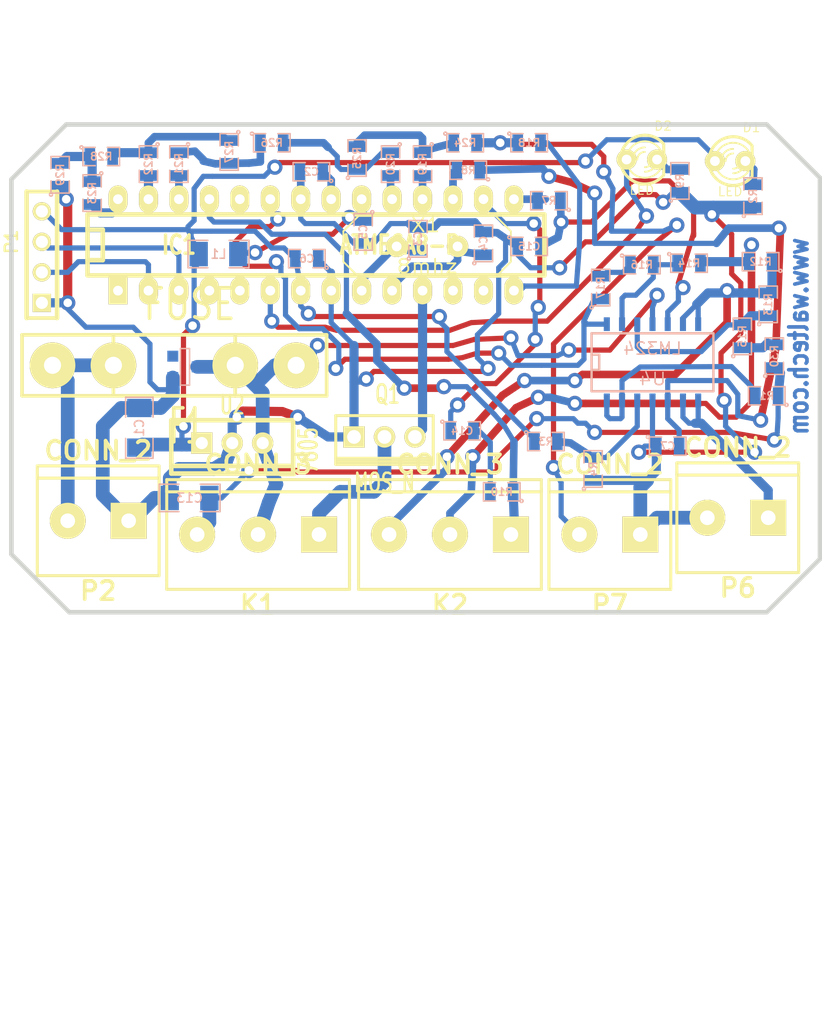
<source format=kicad_pcb>
(kicad_pcb (version 4) (host pcbnew 4.0.7)

  (general
    (links 101)
    (no_connects 0)
    (area 139.7762 71.845714 208.470501 156.554714)
    (thickness 1.6)
    (drawings 31)
    (tracks 625)
    (zones 0)
    (modules 53)
    (nets 46)
  )

  (page A4)
  (title_block
    (date "19 oct 2010")
  )

  (layers
    (0 Component signal)
    (31 Copper signal)
    (32 B.Adhes user)
    (33 F.Adhes user)
    (34 B.Paste user)
    (35 F.Paste user)
    (36 B.SilkS user)
    (37 F.SilkS user)
    (38 B.Mask user)
    (39 F.Mask user)
    (40 Dwgs.User user)
    (41 Cmts.User user)
    (42 Eco1.User user)
    (43 Eco2.User user)
    (44 Edge.Cuts user)
    (45 Margin user)
    (46 B.CrtYd user)
    (47 F.CrtYd user)
    (48 B.Fab user)
    (49 F.Fab user)
  )

  (setup
    (last_trace_width 0.635)
    (trace_clearance 0.254)
    (zone_clearance 0.508)
    (zone_45_only no)
    (trace_min 0.2)
    (segment_width 0.254)
    (edge_width 0.381)
    (via_size 1.27)
    (via_drill 0.7112)
    (via_min_size 0.4)
    (via_min_drill 0.3)
    (uvia_size 0.508)
    (uvia_drill 0.2032)
    (uvias_allowed no)
    (uvia_min_size 0.2)
    (uvia_min_drill 0.1)
    (pcb_text_width 0.3048)
    (pcb_text_size 1.524 2.032)
    (mod_edge_width 0.254)
    (mod_text_size 1.524 1.524)
    (mod_text_width 0.3048)
    (pad_size 2.032 5.08)
    (pad_drill 0)
    (pad_to_mask_clearance 0.2)
    (aux_axis_origin 204.216 131.445)
    (visible_elements FFFFFF7F)
    (pcbplotparams
      (layerselection 0x00030_80000001)
      (usegerberextensions false)
      (excludeedgelayer true)
      (linewidth 0.100000)
      (plotframeref false)
      (viasonmask false)
      (mode 1)
      (useauxorigin false)
      (hpglpennumber 1)
      (hpglpenspeed 20)
      (hpglpendiameter 15)
      (hpglpenoverlay 2)
      (psnegative false)
      (psa4output false)
      (plotreference true)
      (plotvalue true)
      (plotinvisibletext false)
      (padsonsilk false)
      (subtractmaskfromsilk false)
      (outputformat 1)
      (mirror false)
      (drillshape 1)
      (scaleselection 1)
      (outputdirectory ""))
  )

  (net 0 "")
  (net 1 N-000030)
  (net 2 N-000012)
  (net 3 VSS)
  (net 4 N-000026)
  (net 5 VDD)
  (net 6 N-000045)
  (net 7 N-000044)
  (net 8 N-000001)
  (net 9 N-000023)
  (net 10 N-000025)
  (net 11 /vref)
  (net 12 N-000028)
  (net 13 N-000043)
  (net 14 N-000022)
  (net 15 N-000027)
  (net 16 N-000024)
  (net 17 N-000016)
  (net 18 /bit5)
  (net 19 N-000021)
  (net 20 N-000020)
  (net 21 N-000029)
  (net 22 /bit4)
  (net 23 /bit3)
  (net 24 /pump-adc)
  (net 25 /nernst)
  (net 26 /bit2)
  (net 27 /bit1)
  (net 28 /bit0)
  (net 29 N-000042)
  (net 30 N-000015)
  (net 31 N-000002)
  (net 32 N-000038)
  (net 33 /rcal)
  (net 34 N-000017)
  (net 35 /pump)
  (net 36 N-000019)
  (net 37 N-000018)
  (net 38 N-000037)
  (net 39 N-000007)
  (net 40 N-000008)
  (net 41 N-000009)
  (net 42 N-000010)
  (net 43 N-000011)
  (net 44 N-000036)
  (net 45 N-000035)

  (net_class Default "Это класс цепей по умолчанию."
    (clearance 0.254)
    (trace_width 0.635)
    (via_dia 1.27)
    (via_drill 0.7112)
    (uvia_dia 0.508)
    (uvia_drill 0.2032)
    (add_net /bit0)
    (add_net /bit1)
    (add_net /bit2)
    (add_net /bit3)
    (add_net /bit4)
    (add_net /bit5)
    (add_net /nernst)
    (add_net /pump)
    (add_net /pump-adc)
    (add_net /rcal)
    (add_net /vref)
    (add_net N-000001)
    (add_net N-000002)
    (add_net N-000007)
    (add_net N-000008)
    (add_net N-000009)
    (add_net N-000010)
    (add_net N-000011)
    (add_net N-000012)
    (add_net N-000015)
    (add_net N-000016)
    (add_net N-000017)
    (add_net N-000018)
    (add_net N-000019)
    (add_net N-000020)
    (add_net N-000021)
    (add_net N-000022)
    (add_net N-000023)
    (add_net N-000024)
    (add_net N-000025)
    (add_net N-000026)
    (add_net N-000027)
    (add_net N-000028)
    (add_net N-000029)
    (add_net N-000030)
    (add_net N-000035)
    (add_net N-000036)
    (add_net N-000037)
    (add_net N-000038)
    (add_net N-000042)
    (add_net N-000043)
    (add_net N-000044)
    (add_net N-000045)
    (add_net VDD)
    (add_net VSS)
  )

  (module TO220GDS (layer Component) (tedit 4C8C20AA) (tstamp 4C8954FF)
    (at 171.958 107.95 270)
    (descr "Transistor VMOS Irf530, TO220")
    (tags "TR TO220 DEV")
    (path /4C8954FF)
    (fp_text reference Q1 (at -3.556 -0.254 360) (layer F.SilkS)
      (effects (font (size 1.524 1.016) (thickness 0.2032)))
    )
    (fp_text value MOS_N (at 3.81 0 360) (layer F.SilkS)
      (effects (font (size 1.524 1.016) (thickness 0.2032)))
    )
    (fp_line (start 2.032 -3.81) (end 2.032 4.064) (layer F.SilkS) (width 0.254))
    (fp_line (start 1.778 -4.064) (end 2.286 -4.064) (layer F.SilkS) (width 0.254))
    (fp_line (start 2.286 -4.064) (end 2.286 4.064) (layer F.SilkS) (width 0.254))
    (fp_line (start 2.286 4.064) (end 1.778 4.064) (layer F.SilkS) (width 0.254))
    (fp_line (start -1.778 -4.064) (end 1.778 -4.064) (layer F.SilkS) (width 0.254))
    (fp_line (start 1.778 -4.064) (end 1.778 4.064) (layer F.SilkS) (width 0.254))
    (fp_line (start 1.778 4.064) (end -1.778 4.064) (layer F.SilkS) (width 0.254))
    (fp_line (start -1.778 4.064) (end -1.778 -4.064) (layer F.SilkS) (width 0.254))
    (pad G thru_hole circle (at 0 -2.54 270) (size 1.778 1.778) (drill 1.143) (layers *.Cu *.Mask F.SilkS)
      (net 1 N-000030))
    (pad D thru_hole circle (at 0 0 270) (size 1.778 1.778) (drill 1.143) (layers *.Cu *.Mask F.SilkS)
      (net 2 N-000012))
    (pad S thru_hole rect (at 0 2.54 270) (size 1.778 1.778) (drill 1.143) (layers *.Cu *.Mask F.SilkS)
      (net 3 VSS))
    (model discret/to220_vert.wrl
      (at (xyz 0 0 0))
      (scale (xyz 1 1 1))
      (rotate (xyz 0 0 0))
    )
  )

  (module FUSE5-20 (layer Component) (tedit 4C7E94ED) (tstamp 4C8958E7)
    (at 154.432 101.981)
    (descr "Support fusible 5 x 20")
    (tags DEV)
    (path /4C8958E7)
    (fp_text reference F1 (at 1.016 5.08) (layer F.SilkS)
      (effects (font (size 2.83464 1.59512) (thickness 0.3048)))
    )
    (fp_text value FUSE (at 1.27 -5.08) (layer F.SilkS)
      (effects (font (size 2.54 2.032) (thickness 0.3048)))
    )
    (fp_line (start -12.7 -2.54) (end 12.7 -2.54) (layer F.SilkS) (width 0.3048))
    (fp_line (start 12.7 -2.54) (end 12.7 2.54) (layer F.SilkS) (width 0.3048))
    (fp_line (start 12.7 2.54) (end -12.7 2.54) (layer F.SilkS) (width 0.3048))
    (fp_line (start -12.7 2.54) (end -12.7 -2.54) (layer F.SilkS) (width 0.3048))
    (fp_line (start -5.08 -2.54) (end -5.08 2.54) (layer F.SilkS) (width 0.3048))
    (fp_line (start 5.08 -2.54) (end 5.08 2.54) (layer F.SilkS) (width 0.3048))
    (pad 1 thru_hole circle (at -10.16 0) (size 3.81 3.81) (drill 1.4224) (layers *.Cu *.Mask F.SilkS)
      (net 4 N-000026))
    (pad 1 thru_hole circle (at -5.08 0) (size 3.81 3.81) (drill 1.4224) (layers *.Cu *.Mask F.SilkS)
      (net 4 N-000026))
    (pad 2 thru_hole circle (at 5.08 0) (size 3.81 3.81) (drill 1.4224) (layers *.Cu *.Mask F.SilkS)
      (net 5 VDD))
    (pad 2 thru_hole circle (at 10.16 0) (size 3.81 3.81) (drill 1.4224) (layers *.Cu *.Mask F.SilkS)
      (net 5 VDD))
    (model WALTECH-3d/fuse-1.wrl
      (at (xyz 0 0 0))
      (scale (xyz 1 1 1))
      (rotate (xyz 0 0 0))
    )
  )

  (module HC-18UV-short (layer Component) (tedit 42899E71) (tstamp 4C895526)
    (at 175.514 92.075)
    (descr "Quartz boitier HC-18U vertical")
    (tags "QUARTZ DEV")
    (path /4C895526)
    (autoplace_cost180 10)
    (fp_text reference X1 (at -0.127 -1.778) (layer F.SilkS)
      (effects (font (size 1.143 1.27) (thickness 0.1524)))
    )
    (fp_text value 8mhz (at 0 1.651) (layer F.SilkS)
      (effects (font (size 1.143 1.27) (thickness 0.1524)))
    )
    (fp_line (start -6.985 -1.27) (end -5.715 -2.54) (layer F.SilkS) (width 0.1524))
    (fp_line (start 5.715 -2.54) (end 6.985 -1.27) (layer F.SilkS) (width 0.1524))
    (fp_line (start 6.985 1.27) (end 5.715 2.54) (layer F.SilkS) (width 0.1524))
    (fp_line (start -6.985 1.27) (end -5.715 2.54) (layer F.SilkS) (width 0.1524))
    (fp_line (start -5.715 -2.54) (end 5.715 -2.54) (layer F.SilkS) (width 0.1524))
    (fp_line (start -6.985 -1.27) (end -6.985 1.27) (layer F.SilkS) (width 0.1524))
    (fp_line (start -5.715 2.54) (end 5.715 2.54) (layer F.SilkS) (width 0.1524))
    (fp_line (start 6.985 1.27) (end 6.985 -1.27) (layer F.SilkS) (width 0.1524))
    (pad 1 thru_hole circle (at -2.54 0) (size 1.778 1.778) (drill 0.8128) (layers *.Cu *.Mask F.SilkS)
      (net 6 N-000045))
    (pad 2 thru_hole circle (at 2.54 0) (size 1.778 1.778) (drill 0.8128) (layers *.Cu *.Mask F.SilkS)
      (net 7 N-000044))
    (model discret/crystal_hc18u_vertical-short.wrl
      (at (xyz 0 0 0))
      (scale (xyz 1 1 1))
      (rotate (xyz 0 0 0))
    )
  )

  (module SM0805 (layer Copper) (tedit 42806E04) (tstamp 4C87ECB6)
    (at 185.42 108.331)
    (path /4C87ECB6)
    (attr smd)
    (fp_text reference R3 (at 0 0) (layer B.SilkS)
      (effects (font (size 0.635 0.635) (thickness 0.127)) (justify mirror))
    )
    (fp_text value 18k (at 0 0) (layer B.SilkS) hide
      (effects (font (size 0.635 0.635) (thickness 0.127)) (justify mirror))
    )
    (fp_circle (center -1.651 -0.762) (end -1.651 -0.635) (layer B.SilkS) (width 0.127))
    (fp_line (start -0.508 -0.762) (end -1.524 -0.762) (layer B.SilkS) (width 0.127))
    (fp_line (start -1.524 -0.762) (end -1.524 0.762) (layer B.SilkS) (width 0.127))
    (fp_line (start -1.524 0.762) (end -0.508 0.762) (layer B.SilkS) (width 0.127))
    (fp_line (start 0.508 0.762) (end 1.524 0.762) (layer B.SilkS) (width 0.127))
    (fp_line (start 1.524 0.762) (end 1.524 -0.762) (layer B.SilkS) (width 0.127))
    (fp_line (start 1.524 -0.762) (end 0.508 -0.762) (layer B.SilkS) (width 0.127))
    (pad 1 smd rect (at -0.9525 0) (size 0.889 1.397) (layers Copper B.Paste B.Mask)
      (net 8 N-000001))
    (pad 2 smd rect (at 0.9525 0) (size 0.889 1.397) (layers Copper B.Paste B.Mask)
      (net 9 N-000023))
    (model smd/chip_cms.wrl
      (at (xyz 0 0 0))
      (scale (xyz 0.1 0.1 0.1))
      (rotate (xyz 0 0 0))
    )
  )

  (module SM0805 (layer Copper) (tedit 42806E04) (tstamp 4C87EC4E)
    (at 202.692 87.884 90)
    (path /4C87EC4E)
    (attr smd)
    (fp_text reference R2 (at 0 0 90) (layer B.SilkS)
      (effects (font (size 0.635 0.635) (thickness 0.127)) (justify mirror))
    )
    (fp_text value 1.8k (at 0 0 90) (layer B.SilkS) hide
      (effects (font (size 0.635 0.635) (thickness 0.127)) (justify mirror))
    )
    (fp_circle (center -1.651 -0.762) (end -1.651 -0.635) (layer B.SilkS) (width 0.127))
    (fp_line (start -0.508 -0.762) (end -1.524 -0.762) (layer B.SilkS) (width 0.127))
    (fp_line (start -1.524 -0.762) (end -1.524 0.762) (layer B.SilkS) (width 0.127))
    (fp_line (start -1.524 0.762) (end -0.508 0.762) (layer B.SilkS) (width 0.127))
    (fp_line (start 0.508 0.762) (end 1.524 0.762) (layer B.SilkS) (width 0.127))
    (fp_line (start 1.524 0.762) (end 1.524 -0.762) (layer B.SilkS) (width 0.127))
    (fp_line (start 1.524 -0.762) (end 0.508 -0.762) (layer B.SilkS) (width 0.127))
    (pad 1 smd rect (at -0.9525 0 90) (size 0.889 1.397) (layers Copper B.Paste B.Mask)
      (net 3 VSS))
    (pad 2 smd rect (at 0.9525 0 90) (size 0.889 1.397) (layers Copper B.Paste B.Mask)
      (net 10 N-000025))
    (model smd/chip_cms.wrl
      (at (xyz 0 0 0))
      (scale (xyz 0.1 0.1 0.1))
      (rotate (xyz 0 0 0))
    )
  )

  (module SM0805 (layer Copper) (tedit 42806E04) (tstamp 4C87ECB4)
    (at 203.835 104.521 180)
    (path /4C87ECB4)
    (attr smd)
    (fp_text reference R1 (at 0 0 180) (layer B.SilkS)
      (effects (font (size 0.635 0.635) (thickness 0.127)) (justify mirror))
    )
    (fp_text value 100 (at 0 0 180) (layer B.SilkS) hide
      (effects (font (size 0.635 0.635) (thickness 0.127)) (justify mirror))
    )
    (fp_circle (center -1.651 -0.762) (end -1.651 -0.635) (layer B.SilkS) (width 0.127))
    (fp_line (start -0.508 -0.762) (end -1.524 -0.762) (layer B.SilkS) (width 0.127))
    (fp_line (start -1.524 -0.762) (end -1.524 0.762) (layer B.SilkS) (width 0.127))
    (fp_line (start -1.524 0.762) (end -0.508 0.762) (layer B.SilkS) (width 0.127))
    (fp_line (start 0.508 0.762) (end 1.524 0.762) (layer B.SilkS) (width 0.127))
    (fp_line (start 1.524 0.762) (end 1.524 -0.762) (layer B.SilkS) (width 0.127))
    (fp_line (start 1.524 -0.762) (end 0.508 -0.762) (layer B.SilkS) (width 0.127))
    (pad 1 smd rect (at -0.9525 0 180) (size 0.889 1.397) (layers Copper B.Paste B.Mask)
      (net 11 /vref))
    (pad 2 smd rect (at 0.9525 0 180) (size 0.889 1.397) (layers Copper B.Paste B.Mask)
      (net 12 N-000028))
    (model smd/chip_cms.wrl
      (at (xyz 0 0 0))
      (scale (xyz 0.1 0.1 0.1))
      (rotate (xyz 0 0 0))
    )
  )

  (module SM0805 (layer Copper) (tedit 42806E04) (tstamp 4C895A19)
    (at 165.481 93.091 180)
    (path /4C895A19)
    (attr smd)
    (fp_text reference C6 (at 0 0 180) (layer B.SilkS)
      (effects (font (size 0.635 0.635) (thickness 0.127)) (justify mirror))
    )
    (fp_text value .1 (at 0 0 180) (layer B.SilkS) hide
      (effects (font (size 0.635 0.635) (thickness 0.127)) (justify mirror))
    )
    (fp_circle (center -1.651 -0.762) (end -1.651 -0.635) (layer B.SilkS) (width 0.127))
    (fp_line (start -0.508 -0.762) (end -1.524 -0.762) (layer B.SilkS) (width 0.127))
    (fp_line (start -1.524 -0.762) (end -1.524 0.762) (layer B.SilkS) (width 0.127))
    (fp_line (start -1.524 0.762) (end -0.508 0.762) (layer B.SilkS) (width 0.127))
    (fp_line (start 0.508 0.762) (end 1.524 0.762) (layer B.SilkS) (width 0.127))
    (fp_line (start 1.524 0.762) (end 1.524 -0.762) (layer B.SilkS) (width 0.127))
    (fp_line (start 1.524 -0.762) (end 0.508 -0.762) (layer B.SilkS) (width 0.127))
    (pad 1 smd rect (at -0.9525 0 180) (size 0.889 1.397) (layers Copper B.Paste B.Mask)
      (net 3 VSS))
    (pad 2 smd rect (at 0.9525 0 180) (size 0.889 1.397) (layers Copper B.Paste B.Mask)
      (net 8 N-000001))
    (model smd/chip_cms.wrl
      (at (xyz 0 0 0))
      (scale (xyz 0.1 0.1 0.1))
      (rotate (xyz 0 0 0))
    )
  )

  (module SM0805 (layer Copper) (tedit 42806E04) (tstamp 4C8955B0)
    (at 170.18 90.8685 270)
    (path /4C8955B0)
    (attr smd)
    (fp_text reference C5 (at 0 0 270) (layer B.SilkS)
      (effects (font (size 0.635 0.635) (thickness 0.127)) (justify mirror))
    )
    (fp_text value .1 (at 0 0 270) (layer B.SilkS) hide
      (effects (font (size 0.635 0.635) (thickness 0.127)) (justify mirror))
    )
    (fp_circle (center -1.651 -0.762) (end -1.651 -0.635) (layer B.SilkS) (width 0.127))
    (fp_line (start -0.508 -0.762) (end -1.524 -0.762) (layer B.SilkS) (width 0.127))
    (fp_line (start -1.524 -0.762) (end -1.524 0.762) (layer B.SilkS) (width 0.127))
    (fp_line (start -1.524 0.762) (end -0.508 0.762) (layer B.SilkS) (width 0.127))
    (fp_line (start 0.508 0.762) (end 1.524 0.762) (layer B.SilkS) (width 0.127))
    (fp_line (start 1.524 0.762) (end 1.524 -0.762) (layer B.SilkS) (width 0.127))
    (fp_line (start 1.524 -0.762) (end 0.508 -0.762) (layer B.SilkS) (width 0.127))
    (pad 1 smd rect (at -0.9525 0 270) (size 0.889 1.397) (layers Copper B.Paste B.Mask)
      (net 13 N-000043))
    (pad 2 smd rect (at 0.9525 0 270) (size 0.889 1.397) (layers Copper B.Paste B.Mask)
      (net 3 VSS))
    (model smd/chip_cms.wrl
      (at (xyz 0 0 0))
      (scale (xyz 0.1 0.1 0.1))
      (rotate (xyz 0 0 0))
    )
  )

  (module SM0805 (layer Copper) (tedit 42806E04) (tstamp 4C895569)
    (at 180.213 91.821 90)
    (path /4C895569)
    (attr smd)
    (fp_text reference C4 (at 0 0 90) (layer B.SilkS)
      (effects (font (size 0.635 0.635) (thickness 0.127)) (justify mirror))
    )
    (fp_text value 229 (at 0 0 90) (layer B.SilkS) hide
      (effects (font (size 0.635 0.635) (thickness 0.127)) (justify mirror))
    )
    (fp_circle (center -1.651 -0.762) (end -1.651 -0.635) (layer B.SilkS) (width 0.127))
    (fp_line (start -0.508 -0.762) (end -1.524 -0.762) (layer B.SilkS) (width 0.127))
    (fp_line (start -1.524 -0.762) (end -1.524 0.762) (layer B.SilkS) (width 0.127))
    (fp_line (start -1.524 0.762) (end -0.508 0.762) (layer B.SilkS) (width 0.127))
    (fp_line (start 0.508 0.762) (end 1.524 0.762) (layer B.SilkS) (width 0.127))
    (fp_line (start 1.524 0.762) (end 1.524 -0.762) (layer B.SilkS) (width 0.127))
    (fp_line (start 1.524 -0.762) (end 0.508 -0.762) (layer B.SilkS) (width 0.127))
    (pad 1 smd rect (at -0.9525 0 90) (size 0.889 1.397) (layers Copper B.Paste B.Mask)
      (net 7 N-000044))
    (pad 2 smd rect (at 0.9525 0 90) (size 0.889 1.397) (layers Copper B.Paste B.Mask)
      (net 3 VSS))
    (model smd/chip_cms.wrl
      (at (xyz 0 0 0))
      (scale (xyz 0.1 0.1 0.1))
      (rotate (xyz 0 0 0))
    )
  )

  (module SM0805 (layer Copper) (tedit 42806E04) (tstamp 4C895560)
    (at 174.752 91.44 90)
    (path /4C895560)
    (attr smd)
    (fp_text reference C3 (at 0 0 90) (layer B.SilkS)
      (effects (font (size 0.635 0.635) (thickness 0.127)) (justify mirror))
    )
    (fp_text value 22p (at 0 0 90) (layer B.SilkS) hide
      (effects (font (size 0.635 0.635) (thickness 0.127)) (justify mirror))
    )
    (fp_circle (center -1.651 -0.762) (end -1.651 -0.635) (layer B.SilkS) (width 0.127))
    (fp_line (start -0.508 -0.762) (end -1.524 -0.762) (layer B.SilkS) (width 0.127))
    (fp_line (start -1.524 -0.762) (end -1.524 0.762) (layer B.SilkS) (width 0.127))
    (fp_line (start -1.524 0.762) (end -0.508 0.762) (layer B.SilkS) (width 0.127))
    (fp_line (start 0.508 0.762) (end 1.524 0.762) (layer B.SilkS) (width 0.127))
    (fp_line (start 1.524 0.762) (end 1.524 -0.762) (layer B.SilkS) (width 0.127))
    (fp_line (start 1.524 -0.762) (end 0.508 -0.762) (layer B.SilkS) (width 0.127))
    (pad 1 smd rect (at -0.9525 0 90) (size 0.889 1.397) (layers Copper B.Paste B.Mask)
      (net 6 N-000045))
    (pad 2 smd rect (at 0.9525 0 90) (size 0.889 1.397) (layers Copper B.Paste B.Mask)
      (net 3 VSS))
    (model smd/chip_cms.wrl
      (at (xyz 0 0 0))
      (scale (xyz 0.1 0.1 0.1))
      (rotate (xyz 0 0 0))
    )
  )

  (module SM0805 (layer Copper) (tedit 42806E04) (tstamp 4C8955CF)
    (at 165.862 85.852 180)
    (path /4C8955CF)
    (attr smd)
    (fp_text reference C2 (at 0 0 180) (layer B.SilkS)
      (effects (font (size 0.635 0.635) (thickness 0.127)) (justify mirror))
    )
    (fp_text value 1uf (at 0 0 180) (layer B.SilkS) hide
      (effects (font (size 0.635 0.635) (thickness 0.127)) (justify mirror))
    )
    (fp_circle (center -1.651 -0.762) (end -1.651 -0.635) (layer B.SilkS) (width 0.127))
    (fp_line (start -0.508 -0.762) (end -1.524 -0.762) (layer B.SilkS) (width 0.127))
    (fp_line (start -1.524 -0.762) (end -1.524 0.762) (layer B.SilkS) (width 0.127))
    (fp_line (start -1.524 0.762) (end -0.508 0.762) (layer B.SilkS) (width 0.127))
    (fp_line (start 0.508 0.762) (end 1.524 0.762) (layer B.SilkS) (width 0.127))
    (fp_line (start 1.524 0.762) (end 1.524 -0.762) (layer B.SilkS) (width 0.127))
    (fp_line (start 1.524 -0.762) (end 0.508 -0.762) (layer B.SilkS) (width 0.127))
    (pad 1 smd rect (at -0.9525 0 180) (size 0.889 1.397) (layers Copper B.Paste B.Mask)
      (net 14 N-000022))
    (pad 2 smd rect (at 0.9525 0 180) (size 0.889 1.397) (layers Copper B.Paste B.Mask)
      (net 3 VSS))
    (model smd/chip_cms.wrl
      (at (xyz 0 0 0))
      (scale (xyz 0.1 0.1 0.1))
      (rotate (xyz 0 0 0))
    )
  )

  (module SM1206 (layer Copper) (tedit 42806E24) (tstamp 4C895603)
    (at 158.115 92.71 180)
    (path /4C895603)
    (attr smd)
    (fp_text reference L1 (at 0 0 180) (layer B.SilkS)
      (effects (font (size 0.762 0.762) (thickness 0.127)) (justify mirror))
    )
    (fp_text value 10mh (at 0 0 180) (layer B.SilkS) hide
      (effects (font (size 0.762 0.762) (thickness 0.127)) (justify mirror))
    )
    (fp_line (start -2.54 1.143) (end -2.54 -1.143) (layer B.SilkS) (width 0.127))
    (fp_line (start -2.54 -1.143) (end -0.889 -1.143) (layer B.SilkS) (width 0.127))
    (fp_line (start 0.889 1.143) (end 2.54 1.143) (layer B.SilkS) (width 0.127))
    (fp_line (start 2.54 1.143) (end 2.54 -1.143) (layer B.SilkS) (width 0.127))
    (fp_line (start 2.54 -1.143) (end 0.889 -1.143) (layer B.SilkS) (width 0.127))
    (fp_line (start -0.889 1.143) (end -2.54 1.143) (layer B.SilkS) (width 0.127))
    (pad 1 smd rect (at -1.651 0 180) (size 1.524 2.032) (layers Copper B.Paste B.Mask)
      (net 13 N-000043))
    (pad 2 smd rect (at 1.651 0 180) (size 1.524 2.032) (layers Copper B.Paste B.Mask)
      (net 8 N-000001))
    (model smd/chip_cms.wrl
      (at (xyz 0 0 0))
      (scale (xyz 0.17 0.16 0.16))
      (rotate (xyz 0 0 0))
    )
  )

  (module SM1206 (layer Copper) (tedit 42806E24) (tstamp 4C87EC33)
    (at 151.511 107.188 90)
    (path /4C87EC33)
    (attr smd)
    (fp_text reference C1 (at 0 0 90) (layer B.SilkS)
      (effects (font (size 0.762 0.762) (thickness 0.127)) (justify mirror))
    )
    (fp_text value 10uf (at 0 0 90) (layer B.SilkS) hide
      (effects (font (size 0.762 0.762) (thickness 0.127)) (justify mirror))
    )
    (fp_line (start -2.54 1.143) (end -2.54 -1.143) (layer B.SilkS) (width 0.127))
    (fp_line (start -2.54 -1.143) (end -0.889 -1.143) (layer B.SilkS) (width 0.127))
    (fp_line (start 0.889 1.143) (end 2.54 1.143) (layer B.SilkS) (width 0.127))
    (fp_line (start 2.54 1.143) (end 2.54 -1.143) (layer B.SilkS) (width 0.127))
    (fp_line (start 2.54 -1.143) (end 0.889 -1.143) (layer B.SilkS) (width 0.127))
    (fp_line (start -0.889 1.143) (end -2.54 1.143) (layer B.SilkS) (width 0.127))
    (pad 1 smd rect (at -1.651 0 90) (size 1.524 2.032) (layers Copper B.Paste B.Mask)
      (net 8 N-000001))
    (pad 2 smd rect (at 1.651 0 90) (size 1.524 2.032) (layers Copper B.Paste B.Mask)
      (net 3 VSS))
    (model smd/chip_cms.wrl
      (at (xyz 0 0 0))
      (scale (xyz 0.17 0.16 0.16))
      (rotate (xyz 0 0 0))
    )
  )

  (module DIP-28__300_ELL (layer Component) (tedit 200000) (tstamp 4C893DF4)
    (at 166.243 91.948)
    (descr "28 pins DIL package, elliptical pads, width 300mil")
    (tags DIL)
    (path /4C893DF4)
    (fp_text reference IC1 (at -11.43 0) (layer F.SilkS)
      (effects (font (size 1.524 1.143) (thickness 0.3048)))
    )
    (fp_text value ATMEGA8-P (at 6.985 0) (layer F.SilkS)
      (effects (font (size 1.524 1.143) (thickness 0.3048)))
    )
    (fp_line (start -19.05 -2.54) (end 19.05 -2.54) (layer F.SilkS) (width 0.381))
    (fp_line (start 19.05 -2.54) (end 19.05 2.54) (layer F.SilkS) (width 0.381))
    (fp_line (start 19.05 2.54) (end -19.05 2.54) (layer F.SilkS) (width 0.381))
    (fp_line (start -19.05 2.54) (end -19.05 -2.54) (layer F.SilkS) (width 0.381))
    (fp_line (start -19.05 -1.27) (end -17.78 -1.27) (layer F.SilkS) (width 0.381))
    (fp_line (start -17.78 -1.27) (end -17.78 1.27) (layer F.SilkS) (width 0.381))
    (fp_line (start -17.78 1.27) (end -19.05 1.27) (layer F.SilkS) (width 0.381))
    (pad 2 thru_hole oval (at -13.97 3.81) (size 1.5748 2.286) (drill 0.8128) (layers *.Cu *.Mask F.SilkS)
      (net 15 N-000027))
    (pad 3 thru_hole oval (at -11.43 3.81) (size 1.5748 2.286) (drill 0.8128) (layers *.Cu *.Mask F.SilkS)
      (net 16 N-000024))
    (pad 4 thru_hole oval (at -8.89 3.81) (size 1.5748 2.286) (drill 0.8128) (layers *.Cu *.Mask F.SilkS))
    (pad 5 thru_hole oval (at -6.35 3.81) (size 1.5748 2.286) (drill 0.8128) (layers *.Cu *.Mask F.SilkS))
    (pad 6 thru_hole oval (at -3.81 3.81) (size 1.5748 2.286) (drill 0.8128) (layers *.Cu *.Mask F.SilkS)
      (net 17 N-000016))
    (pad 7 thru_hole oval (at -1.27 3.81) (size 1.5748 2.286) (drill 0.8128) (layers *.Cu *.Mask F.SilkS)
      (net 8 N-000001))
    (pad 8 thru_hole oval (at 1.27 3.81) (size 1.5748 2.286) (drill 0.8128) (layers *.Cu *.Mask F.SilkS)
      (net 3 VSS))
    (pad 9 thru_hole oval (at 3.81 3.81) (size 1.5748 2.286) (drill 0.8128) (layers *.Cu *.Mask F.SilkS)
      (net 6 N-000045))
    (pad 10 thru_hole oval (at 6.35 3.81) (size 1.5748 2.286) (drill 0.8128) (layers *.Cu *.Mask F.SilkS)
      (net 7 N-000044))
    (pad 11 thru_hole oval (at 8.89 3.81) (size 1.5748 2.286) (drill 0.8128) (layers *.Cu *.Mask F.SilkS)
      (net 1 N-000030))
    (pad 12 thru_hole oval (at 11.43 3.81) (size 1.5748 2.286) (drill 0.8128) (layers *.Cu *.Mask F.SilkS))
    (pad 13 thru_hole oval (at 13.97 3.81) (size 1.5748 2.286) (drill 0.8128) (layers *.Cu *.Mask F.SilkS))
    (pad 14 thru_hole oval (at 16.51 3.81) (size 1.5748 2.286) (drill 0.8128) (layers *.Cu *.Mask F.SilkS)
      (net 18 /bit5))
    (pad 1 thru_hole rect (at -16.51 3.81) (size 1.5748 2.286) (drill 0.8128) (layers *.Cu *.Mask F.SilkS))
    (pad 15 thru_hole oval (at 16.51 -3.81) (size 1.5748 2.286) (drill 0.8128) (layers *.Cu *.Mask F.SilkS)
      (net 19 N-000021))
    (pad 16 thru_hole oval (at 13.97 -3.81) (size 1.5748 2.286) (drill 0.8128) (layers *.Cu *.Mask F.SilkS)
      (net 20 N-000020))
    (pad 17 thru_hole oval (at 11.43 -3.81) (size 1.5748 2.286) (drill 0.8128) (layers *.Cu *.Mask F.SilkS)
      (net 21 N-000029))
    (pad 18 thru_hole oval (at 8.89 -3.81) (size 1.5748 2.286) (drill 0.8128) (layers *.Cu *.Mask F.SilkS)
      (net 22 /bit4))
    (pad 19 thru_hole oval (at 6.35 -3.81) (size 1.5748 2.286) (drill 0.8128) (layers *.Cu *.Mask F.SilkS)
      (net 23 /bit3))
    (pad 20 thru_hole oval (at 3.81 -3.81) (size 1.5748 2.286) (drill 0.8128) (layers *.Cu *.Mask F.SilkS)
      (net 13 N-000043))
    (pad 21 thru_hole oval (at 1.27 -3.81) (size 1.5748 2.286) (drill 0.8128) (layers *.Cu *.Mask F.SilkS)
      (net 14 N-000022))
    (pad 22 thru_hole oval (at -1.27 -3.81) (size 1.5748 2.286) (drill 0.8128) (layers *.Cu *.Mask F.SilkS)
      (net 3 VSS))
    (pad 23 thru_hole oval (at -3.81 -3.81) (size 1.5748 2.286) (drill 0.8128) (layers *.Cu *.Mask F.SilkS)
      (net 24 /pump-adc))
    (pad 24 thru_hole oval (at -6.35 -3.81) (size 1.5748 2.286) (drill 0.8128) (layers *.Cu *.Mask F.SilkS))
    (pad 25 thru_hole oval (at -8.89 -3.81) (size 1.5748 2.286) (drill 0.8128) (layers *.Cu *.Mask F.SilkS)
      (net 25 /nernst))
    (pad 26 thru_hole oval (at -11.43 -3.81) (size 1.5748 2.286) (drill 0.8128) (layers *.Cu *.Mask F.SilkS)
      (net 26 /bit2))
    (pad 27 thru_hole oval (at -13.97 -3.81) (size 1.5748 2.286) (drill 0.8128) (layers *.Cu *.Mask F.SilkS)
      (net 27 /bit1))
    (pad 28 thru_hole oval (at -16.51 -3.81) (size 1.5748 2.286) (drill 0.8128) (layers *.Cu *.Mask F.SilkS)
      (net 28 /bit0))
    (model dil/dil_28-w300.wrl
      (at (xyz 0 0 0.1))
      (scale (xyz 1 1 1))
      (rotate (xyz 0 0 0))
    )
    (model sockets/soquete_28_300.wrl
      (at (xyz 0 0 -0.025))
      (scale (xyz 1 1 1))
      (rotate (xyz 0 0 0))
    )
  )

  (module SM0805 (layer Copper) (tedit 42806E04) (tstamp 4C895E38)
    (at 195.58 108.712)
    (path /4C895E38)
    (attr smd)
    (fp_text reference C7 (at 0 0) (layer B.SilkS)
      (effects (font (size 0.635 0.635) (thickness 0.127)) (justify mirror))
    )
    (fp_text value 1uf (at 0 0) (layer B.SilkS) hide
      (effects (font (size 0.635 0.635) (thickness 0.127)) (justify mirror))
    )
    (fp_circle (center -1.651 -0.762) (end -1.651 -0.635) (layer B.SilkS) (width 0.127))
    (fp_line (start -0.508 -0.762) (end -1.524 -0.762) (layer B.SilkS) (width 0.127))
    (fp_line (start -1.524 -0.762) (end -1.524 0.762) (layer B.SilkS) (width 0.127))
    (fp_line (start -1.524 0.762) (end -0.508 0.762) (layer B.SilkS) (width 0.127))
    (fp_line (start 0.508 0.762) (end 1.524 0.762) (layer B.SilkS) (width 0.127))
    (fp_line (start 1.524 0.762) (end 1.524 -0.762) (layer B.SilkS) (width 0.127))
    (fp_line (start 1.524 -0.762) (end 0.508 -0.762) (layer B.SilkS) (width 0.127))
    (pad 1 smd rect (at -0.9525 0) (size 0.889 1.397) (layers Copper B.Paste B.Mask)
      (net 3 VSS))
    (pad 2 smd rect (at 0.9525 0) (size 0.889 1.397) (layers Copper B.Paste B.Mask)
      (net 29 N-000042))
    (model smd/chip_cms.wrl
      (at (xyz 0 0 0))
      (scale (xyz 0.1 0.1 0.1))
      (rotate (xyz 0 0 0))
    )
  )

  (module SO14N (layer Copper) (tedit 42806FE5) (tstamp 4C897B2C)
    (at 194.31 101.854)
    (descr "Module CMS SOJ 14 pins Large")
    (tags "CMS SOJ")
    (path /4C897B2C)
    (attr smd)
    (fp_text reference U4 (at 0 1.27) (layer B.SilkS)
      (effects (font (size 1.016 1.143) (thickness 0.127)) (justify mirror))
    )
    (fp_text value LM324 (at 0 -1.27) (layer B.SilkS)
      (effects (font (size 1.016 1.016) (thickness 0.127)) (justify mirror))
    )
    (fp_line (start 5.08 2.286) (end 5.08 -2.54) (layer B.SilkS) (width 0.2032))
    (fp_line (start 5.08 -2.54) (end -5.08 -2.54) (layer B.SilkS) (width 0.2032))
    (fp_line (start -5.08 -2.54) (end -5.08 2.286) (layer B.SilkS) (width 0.2032))
    (fp_line (start -5.08 2.286) (end 5.08 2.286) (layer B.SilkS) (width 0.2032))
    (fp_line (start -5.08 0.508) (end -4.445 0.508) (layer B.SilkS) (width 0.2032))
    (fp_line (start -4.445 0.508) (end -4.445 -0.762) (layer B.SilkS) (width 0.2032))
    (fp_line (start -4.445 -0.762) (end -5.08 -0.762) (layer B.SilkS) (width 0.2032))
    (pad 1 smd rect (at -3.81 -3.302) (size 0.508 1.143) (layers Copper B.Paste B.Mask)
      (net 24 /pump-adc))
    (pad 2 smd rect (at -2.54 -3.302) (size 0.508 1.143) (layers Copper B.Paste B.Mask)
      (net 30 N-000015))
    (pad 3 smd rect (at -1.27 -3.302) (size 0.508 1.143) (layers Copper B.Paste B.Mask)
      (net 31 N-000002))
    (pad 4 smd rect (at 0 -3.302) (size 0.508 1.143) (layers Copper B.Paste B.Mask)
      (net 5 VDD))
    (pad 5 smd rect (at 1.27 -3.302) (size 0.508 1.143) (layers Copper B.Paste B.Mask)
      (net 32 N-000038))
    (pad 6 smd rect (at 2.54 -3.302) (size 0.508 1.143) (layers Copper B.Paste B.Mask)
      (net 33 /rcal))
    (pad 7 smd rect (at 3.81 -3.302) (size 0.508 1.143) (layers Copper B.Paste B.Mask)
      (net 33 /rcal))
    (pad 8 smd rect (at 3.81 3.048) (size 0.508 1.143) (layers Copper B.Paste B.Mask)
      (net 34 N-000017))
    (pad 9 smd rect (at 2.54 3.048) (size 0.508 1.143) (layers Copper B.Paste B.Mask)
      (net 34 N-000017))
    (pad 11 smd rect (at 0 3.048) (size 0.508 1.143) (layers Copper B.Paste B.Mask)
      (net 3 VSS))
    (pad 12 smd rect (at -1.27 3.048) (size 0.508 1.143) (layers Copper B.Paste B.Mask)
      (net 9 N-000023))
    (pad 13 smd rect (at -2.54 3.048) (size 0.508 1.143) (layers Copper B.Paste B.Mask)
      (net 12 N-000028))
    (pad 14 smd rect (at -3.81 3.048) (size 0.508 1.143) (layers Copper B.Paste B.Mask)
      (net 12 N-000028))
    (pad 10 smd rect (at 1.27 3.048) (size 0.508 1.143) (layers Copper B.Paste B.Mask)
      (net 29 N-000042))
    (model smd/cms_so14.wrl
      (at (xyz 0 0 0))
      (scale (xyz 0.5 0.4 0.5))
      (rotate (xyz 0 0 0))
    )
  )

  (module mors_2p (layer Component) (tedit 4C7E9191) (tstamp 4C89C2B9)
    (at 148.082 114.935 180)
    (descr "Terminal block 2 pins")
    (tags DEV)
    (path /4C89C2B9)
    (fp_text reference P2 (at 0 -5.842 180) (layer F.SilkS)
      (effects (font (thickness 0.3048)))
    )
    (fp_text value CONN_2 (at 0 5.842 180) (layer F.SilkS)
      (effects (font (thickness 0.3048)))
    )
    (fp_line (start 5.08 -3.81) (end 5.08 -4.572) (layer F.SilkS) (width 0.254))
    (fp_line (start 5.08 -4.572) (end -5.08 -4.572) (layer F.SilkS) (width 0.254))
    (fp_line (start -5.08 -4.572) (end -5.08 -3.81) (layer F.SilkS) (width 0.254))
    (fp_line (start 5.08 4.572) (end -5.08 4.572) (layer F.SilkS) (width 0.254))
    (fp_line (start -5.08 4.572) (end -5.08 3.556) (layer F.SilkS) (width 0.254))
    (fp_line (start -5.08 3.556) (end 5.08 3.556) (layer F.SilkS) (width 0.254))
    (fp_line (start 5.08 3.556) (end 5.08 4.572) (layer F.SilkS) (width 0.254))
    (fp_line (start 5.08 3.81) (end 5.08 -3.81) (layer F.SilkS) (width 0.254))
    (fp_line (start -5.08 -3.81) (end -5.08 3.81) (layer F.SilkS) (width 0.254))
    (pad 1 thru_hole rect (at -2.54 0 180) (size 2.99974 2.99974) (drill 1.2192) (layers *.Cu *.Mask F.SilkS)
      (net 3 VSS))
    (pad 2 thru_hole circle (at 2.54 0 180) (size 2.99974 2.99974) (drill 1.2192) (layers *.Cu *.Mask F.SilkS)
      (net 4 N-000026))
    (model walter/conn_screw/mors_2p.wrl
      (at (xyz 0 0 0))
      (scale (xyz 1 1 1))
      (rotate (xyz 0 0 0))
    )
  )

  (module mors_3p (layer Component) (tedit 4C7E8E47) (tstamp 4C89C2AF)
    (at 177.419 116.078 180)
    (descr "Terminal block 3 pins")
    (tags DEV)
    (path /4C89C2AF)
    (fp_text reference K2 (at 0 -5.842 180) (layer F.SilkS)
      (effects (font (thickness 0.3048)))
    )
    (fp_text value CONN_3 (at 0 5.842 180) (layer F.SilkS)
      (effects (font (thickness 0.3048)))
    )
    (fp_line (start -7.62 4.572) (end -7.62 3.556) (layer F.SilkS) (width 0.254))
    (fp_line (start -7.62 3.556) (end 7.62 3.556) (layer F.SilkS) (width 0.254))
    (fp_line (start 7.62 3.556) (end 7.62 4.572) (layer F.SilkS) (width 0.254))
    (fp_line (start 7.62 4.572) (end -7.62 4.572) (layer F.SilkS) (width 0.254))
    (fp_line (start -7.62 -4.572) (end -7.62 -3.81) (layer F.SilkS) (width 0.254))
    (fp_line (start -7.62 -4.572) (end 7.62 -4.572) (layer F.SilkS) (width 0.254))
    (fp_line (start 7.62 -4.572) (end 7.62 -3.81) (layer F.SilkS) (width 0.254))
    (fp_line (start -7.62 3.81) (end -7.62 -3.81) (layer F.SilkS) (width 0.254))
    (fp_line (start 7.62 3.81) (end 7.62 -3.81) (layer F.SilkS) (width 0.254))
    (pad 1 thru_hole rect (at -5.08 0 180) (size 2.99974 2.99974) (drill 1.2192) (layers *.Cu *.Mask F.SilkS)
      (net 25 /nernst))
    (pad 2 thru_hole circle (at 0 0 180) (size 2.99974 2.99974) (drill 1.2192) (layers *.Cu *.Mask F.SilkS)
      (net 35 /pump))
    (pad 3 thru_hole circle (at 5.08 0 180) (size 2.99974 2.99974) (drill 1.2192) (layers *.Cu *.Mask F.SilkS)
      (net 33 /rcal))
    (model walter/conn_screw/mors_3p.wrl
      (at (xyz 0 0 0))
      (scale (xyz 1 1 1))
      (rotate (xyz 0 0 0))
    )
  )

  (module mors_3p (layer Component) (tedit 4C7E8E47) (tstamp 4C89C2A8)
    (at 161.417 116.078 180)
    (descr "Terminal block 3 pins")
    (tags DEV)
    (path /4C89C2A8)
    (fp_text reference K1 (at 0 -5.842 180) (layer F.SilkS)
      (effects (font (thickness 0.3048)))
    )
    (fp_text value CONN_3 (at 0 5.842 180) (layer F.SilkS)
      (effects (font (thickness 0.3048)))
    )
    (fp_line (start -7.62 4.572) (end -7.62 3.556) (layer F.SilkS) (width 0.254))
    (fp_line (start -7.62 3.556) (end 7.62 3.556) (layer F.SilkS) (width 0.254))
    (fp_line (start 7.62 3.556) (end 7.62 4.572) (layer F.SilkS) (width 0.254))
    (fp_line (start 7.62 4.572) (end -7.62 4.572) (layer F.SilkS) (width 0.254))
    (fp_line (start -7.62 -4.572) (end -7.62 -3.81) (layer F.SilkS) (width 0.254))
    (fp_line (start -7.62 -4.572) (end 7.62 -4.572) (layer F.SilkS) (width 0.254))
    (fp_line (start 7.62 -4.572) (end 7.62 -3.81) (layer F.SilkS) (width 0.254))
    (fp_line (start -7.62 3.81) (end -7.62 -3.81) (layer F.SilkS) (width 0.254))
    (fp_line (start 7.62 3.81) (end 7.62 -3.81) (layer F.SilkS) (width 0.254))
    (pad 1 thru_hole rect (at -5.08 0 180) (size 2.99974 2.99974) (drill 1.2192) (layers *.Cu *.Mask F.SilkS)
      (net 2 N-000012))
    (pad 2 thru_hole circle (at 0 0 180) (size 2.99974 2.99974) (drill 1.2192) (layers *.Cu *.Mask F.SilkS)
      (net 5 VDD))
    (pad 3 thru_hole circle (at 5.08 0 180) (size 2.99974 2.99974) (drill 1.2192) (layers *.Cu *.Mask F.SilkS)
      (net 11 /vref))
    (model walter/conn_screw/mors_3p.wrl
      (at (xyz 0 0 0))
      (scale (xyz 1 1 1))
      (rotate (xyz 0 0 0))
    )
  )

  (module PIN_ARRAY_4x1 (layer Component) (tedit 4B2FE33A) (tstamp 4C89C310)
    (at 143.383 91.694 90)
    (tags CONN)
    (path /4C89C310)
    (fp_text reference P1 (at 0 -2.54 90) (layer F.SilkS)
      (effects (font (size 1.016 1.016) (thickness 0.2032)))
    )
    (fp_text value CONN_4 (at 0 2.54 90) (layer F.SilkS) hide
      (effects (font (size 1.016 1.016) (thickness 0.2032)))
    )
    (fp_line (start -6.35 1.27) (end 4.191 1.27) (layer F.SilkS) (width 0.381))
    (fp_line (start -6.35 -1.27) (end 4.191 -1.27) (layer F.SilkS) (width 0.381))
    (fp_line (start -6.35 -1.27) (end -6.35 1.27) (layer F.SilkS) (width 0.3048))
    (fp_line (start 4.191 1.27) (end 4.191 -1.27) (layer F.SilkS) (width 0.3048))
    (pad 1 thru_hole rect (at -5.08 0 90) (size 1.524 1.524) (drill 1.016) (layers *.Cu *.Mask F.SilkS)
      (net 3 VSS))
    (pad 2 thru_hole circle (at -2.54 0 90) (size 1.524 1.524) (drill 1.016) (layers *.Cu *.Mask F.SilkS)
      (net 15 N-000027))
    (pad 3 thru_hole circle (at 0 0 90) (size 1.524 1.524) (drill 1.016) (layers *.Cu *.Mask F.SilkS)
      (net 16 N-000024))
    (pad 4 thru_hole circle (at 2.54 0 90) (size 1.524 1.524) (drill 1.016) (layers *.Cu *.Mask F.SilkS)
      (net 8 N-000001))
    (model pin_array/pins_array_4x1.wrl
      (at (xyz 0 0 0))
      (scale (xyz 1 1 1))
      (rotate (xyz 0 0 0))
    )
  )

  (module SOT23 (layer Copper) (tedit 4B146452) (tstamp 4C89C213)
    (at 155.321 102.108 270)
    (tags SOT)
    (path /4C89C213)
    (attr smd)
    (fp_text reference D3 (at 0 2.413 270) (layer B.SilkS) hide
      (effects (font (size 0.762 0.762) (thickness 0.1905)) (justify mirror))
    )
    (fp_text value DIODE-SOT (at 0 0 270) (layer B.SilkS) hide
      (effects (font (size 0.762 0.762) (thickness 0.2032)) (justify mirror))
    )
    (fp_line (start -1.524 0.381) (end 1.524 0.381) (layer B.SilkS) (width 0.127))
    (fp_line (start 1.524 0.381) (end 1.524 -0.381) (layer B.SilkS) (width 0.127))
    (fp_line (start 1.524 -0.381) (end -1.524 -0.381) (layer B.SilkS) (width 0.127))
    (fp_line (start -1.524 -0.381) (end -1.524 0.381) (layer B.SilkS) (width 0.127))
    (pad 1 smd rect (at -0.889 1.016 270) (size 0.9144 0.9144) (layers Copper B.Paste B.Mask))
    (pad 2 smd rect (at 0.889 1.016 270) (size 0.9144 0.9144) (layers Copper B.Paste B.Mask)
      (net 3 VSS))
    (pad 3 smd rect (at 0 -1.016 270) (size 0.9144 0.9144) (layers Copper B.Paste B.Mask)
      (net 5 VDD))
    (model smd/cms_sot23.wrl
      (at (xyz 0 0 0))
      (scale (xyz 0.13 0.15 0.15))
      (rotate (xyz 0 0 0))
    )
  )

  (module mors_2p (layer Component) (tedit 4C7E9191) (tstamp 4C8C0D38)
    (at 201.422 114.681 180)
    (descr "Terminal block 2 pins")
    (tags DEV)
    (path /4C8C0D38)
    (fp_text reference P6 (at 0 -5.842 180) (layer F.SilkS)
      (effects (font (thickness 0.3048)))
    )
    (fp_text value CONN_2 (at 0 5.842 180) (layer F.SilkS)
      (effects (font (thickness 0.3048)))
    )
    (fp_line (start 5.08 -3.81) (end 5.08 -4.572) (layer F.SilkS) (width 0.254))
    (fp_line (start 5.08 -4.572) (end -5.08 -4.572) (layer F.SilkS) (width 0.254))
    (fp_line (start -5.08 -4.572) (end -5.08 -3.81) (layer F.SilkS) (width 0.254))
    (fp_line (start 5.08 4.572) (end -5.08 4.572) (layer F.SilkS) (width 0.254))
    (fp_line (start -5.08 4.572) (end -5.08 3.556) (layer F.SilkS) (width 0.254))
    (fp_line (start -5.08 3.556) (end 5.08 3.556) (layer F.SilkS) (width 0.254))
    (fp_line (start 5.08 3.556) (end 5.08 4.572) (layer F.SilkS) (width 0.254))
    (fp_line (start 5.08 3.81) (end 5.08 -3.81) (layer F.SilkS) (width 0.254))
    (fp_line (start -5.08 -3.81) (end -5.08 3.81) (layer F.SilkS) (width 0.254))
    (pad 1 thru_hole rect (at -2.54 0 180) (size 2.99974 2.99974) (drill 1.2192) (layers *.Cu *.Mask F.SilkS)
      (net 34 N-000017))
    (pad 2 thru_hole circle (at 2.54 0 180) (size 2.99974 2.99974) (drill 1.2192) (layers *.Cu *.Mask F.SilkS)
      (net 3 VSS))
    (model walter/conn_screw/mors_2p.wrl
      (at (xyz 0 0 0))
      (scale (xyz 1 1 1))
      (rotate (xyz 0 0 0))
    )
  )

  (module SM0805 (layer Copper) (tedit 42806E04) (tstamp 4CB2795F)
    (at 203.962 96.901 90)
    (path /4CB2795F)
    (attr smd)
    (fp_text reference R13 (at 0 0 90) (layer B.SilkS)
      (effects (font (size 0.635 0.635) (thickness 0.127)) (justify mirror))
    )
    (fp_text value 22k (at 0 0 90) (layer B.SilkS) hide
      (effects (font (size 0.635 0.635) (thickness 0.127)) (justify mirror))
    )
    (fp_circle (center -1.651 -0.762) (end -1.651 -0.635) (layer B.SilkS) (width 0.127))
    (fp_line (start -0.508 -0.762) (end -1.524 -0.762) (layer B.SilkS) (width 0.127))
    (fp_line (start -1.524 -0.762) (end -1.524 0.762) (layer B.SilkS) (width 0.127))
    (fp_line (start -1.524 0.762) (end -0.508 0.762) (layer B.SilkS) (width 0.127))
    (fp_line (start 0.508 0.762) (end 1.524 0.762) (layer B.SilkS) (width 0.127))
    (fp_line (start 1.524 0.762) (end 1.524 -0.762) (layer B.SilkS) (width 0.127))
    (fp_line (start 1.524 -0.762) (end 0.508 -0.762) (layer B.SilkS) (width 0.127))
    (pad 1 smd rect (at -0.9525 0 90) (size 0.889 1.397) (layers Copper B.Paste B.Mask)
      (net 31 N-000002))
    (pad 2 smd rect (at 0.9525 0 90) (size 0.889 1.397) (layers Copper B.Paste B.Mask)
      (net 33 /rcal))
    (model smd/chip_cms.wrl
      (at (xyz 0 0 0))
      (scale (xyz 0.1 0.1 0.1))
      (rotate (xyz 0 0 0))
    )
  )

  (module SM0805 (layer Copper) (tedit 42806E04) (tstamp 4C8C0678)
    (at 203.327 93.345 180)
    (path /4C8C0678)
    (attr smd)
    (fp_text reference R12 (at 0 0 180) (layer B.SilkS)
      (effects (font (size 0.635 0.635) (thickness 0.127)) (justify mirror))
    )
    (fp_text value 62ohm (at 0 0 180) (layer B.SilkS) hide
      (effects (font (size 0.635 0.635) (thickness 0.127)) (justify mirror))
    )
    (fp_circle (center -1.651 -0.762) (end -1.651 -0.635) (layer B.SilkS) (width 0.127))
    (fp_line (start -0.508 -0.762) (end -1.524 -0.762) (layer B.SilkS) (width 0.127))
    (fp_line (start -1.524 -0.762) (end -1.524 0.762) (layer B.SilkS) (width 0.127))
    (fp_line (start -1.524 0.762) (end -0.508 0.762) (layer B.SilkS) (width 0.127))
    (fp_line (start 0.508 0.762) (end 1.524 0.762) (layer B.SilkS) (width 0.127))
    (fp_line (start 1.524 0.762) (end 1.524 -0.762) (layer B.SilkS) (width 0.127))
    (fp_line (start 1.524 -0.762) (end 0.508 -0.762) (layer B.SilkS) (width 0.127))
    (pad 1 smd rect (at -0.9525 0 180) (size 0.889 1.397) (layers Copper B.Paste B.Mask)
      (net 33 /rcal))
    (pad 2 smd rect (at 0.9525 0 180) (size 0.889 1.397) (layers Copper B.Paste B.Mask)
      (net 35 /pump))
    (model smd/chip_cms.wrl
      (at (xyz 0 0 0))
      (scale (xyz 0.1 0.1 0.1))
      (rotate (xyz 0 0 0))
    )
  )

  (module SM0805 (layer Copper) (tedit 42806E04) (tstamp 4C8C0BF4)
    (at 181.737 112.522 180)
    (path /4C8C0BF4)
    (attr smd)
    (fp_text reference R10 (at 0 0 180) (layer B.SilkS)
      (effects (font (size 0.635 0.635) (thickness 0.127)) (justify mirror))
    )
    (fp_text value 6.8k (at 0 0 180) (layer B.SilkS) hide
      (effects (font (size 0.635 0.635) (thickness 0.127)) (justify mirror))
    )
    (fp_circle (center -1.651 -0.762) (end -1.651 -0.635) (layer B.SilkS) (width 0.127))
    (fp_line (start -0.508 -0.762) (end -1.524 -0.762) (layer B.SilkS) (width 0.127))
    (fp_line (start -1.524 -0.762) (end -1.524 0.762) (layer B.SilkS) (width 0.127))
    (fp_line (start -1.524 0.762) (end -0.508 0.762) (layer B.SilkS) (width 0.127))
    (fp_line (start 0.508 0.762) (end 1.524 0.762) (layer B.SilkS) (width 0.127))
    (fp_line (start 1.524 0.762) (end 1.524 -0.762) (layer B.SilkS) (width 0.127))
    (fp_line (start 1.524 -0.762) (end 0.508 -0.762) (layer B.SilkS) (width 0.127))
    (pad 1 smd rect (at -0.9525 0 180) (size 0.889 1.397) (layers Copper B.Paste B.Mask)
      (net 25 /nernst))
    (pad 2 smd rect (at 0.9525 0 180) (size 0.889 1.397) (layers Copper B.Paste B.Mask)
      (net 36 N-000019))
    (model smd/chip_cms.wrl
      (at (xyz 0 0 0))
      (scale (xyz 0.1 0.1 0.1))
      (rotate (xyz 0 0 0))
    )
  )

  (module SM0805 (layer Copper) (tedit 42806E04) (tstamp 4C8C0844)
    (at 196.596 86.614 90)
    (path /4C8C0844)
    (attr smd)
    (fp_text reference R9 (at 0 0 90) (layer B.SilkS)
      (effects (font (size 0.635 0.635) (thickness 0.127)) (justify mirror))
    )
    (fp_text value 1.8k (at 0 0 90) (layer B.SilkS) hide
      (effects (font (size 0.635 0.635) (thickness 0.127)) (justify mirror))
    )
    (fp_circle (center -1.651 -0.762) (end -1.651 -0.635) (layer B.SilkS) (width 0.127))
    (fp_line (start -0.508 -0.762) (end -1.524 -0.762) (layer B.SilkS) (width 0.127))
    (fp_line (start -1.524 -0.762) (end -1.524 0.762) (layer B.SilkS) (width 0.127))
    (fp_line (start -1.524 0.762) (end -0.508 0.762) (layer B.SilkS) (width 0.127))
    (fp_line (start 0.508 0.762) (end 1.524 0.762) (layer B.SilkS) (width 0.127))
    (fp_line (start 1.524 0.762) (end 1.524 -0.762) (layer B.SilkS) (width 0.127))
    (fp_line (start 1.524 -0.762) (end 0.508 -0.762) (layer B.SilkS) (width 0.127))
    (pad 1 smd rect (at -0.9525 0 90) (size 0.889 1.397) (layers Copper B.Paste B.Mask)
      (net 3 VSS))
    (pad 2 smd rect (at 0.9525 0 90) (size 0.889 1.397) (layers Copper B.Paste B.Mask)
      (net 37 N-000018))
    (model smd/chip_cms.wrl
      (at (xyz 0 0 0))
      (scale (xyz 0.1 0.1 0.1))
      (rotate (xyz 0 0 0))
    )
  )

  (module SM0805 (layer Copper) (tedit 42806E04) (tstamp 4C8BBE39)
    (at 178.943 85.725 180)
    (path /4C8BBE39)
    (attr smd)
    (fp_text reference R8 (at 0 0 180) (layer B.SilkS)
      (effects (font (size 0.635 0.635) (thickness 0.127)) (justify mirror))
    )
    (fp_text value 10k (at 0 0 180) (layer B.SilkS) hide
      (effects (font (size 0.635 0.635) (thickness 0.127)) (justify mirror))
    )
    (fp_circle (center -1.651 -0.762) (end -1.651 -0.635) (layer B.SilkS) (width 0.127))
    (fp_line (start -0.508 -0.762) (end -1.524 -0.762) (layer B.SilkS) (width 0.127))
    (fp_line (start -1.524 -0.762) (end -1.524 0.762) (layer B.SilkS) (width 0.127))
    (fp_line (start -1.524 0.762) (end -0.508 0.762) (layer B.SilkS) (width 0.127))
    (fp_line (start 0.508 0.762) (end 1.524 0.762) (layer B.SilkS) (width 0.127))
    (fp_line (start 1.524 0.762) (end 1.524 -0.762) (layer B.SilkS) (width 0.127))
    (fp_line (start 1.524 -0.762) (end 0.508 -0.762) (layer B.SilkS) (width 0.127))
    (pad 1 smd rect (at -0.9525 0 180) (size 0.889 1.397) (layers Copper B.Paste B.Mask)
      (net 29 N-000042))
    (pad 2 smd rect (at 0.9525 0 180) (size 0.889 1.397) (layers Copper B.Paste B.Mask)
      (net 21 N-000029))
    (model smd/chip_cms.wrl
      (at (xyz 0 0 0))
      (scale (xyz 0.1 0.1 0.1))
      (rotate (xyz 0 0 0))
    )
  )

  (module SM0805 (layer Copper) (tedit 42806E04) (tstamp 4C8BBFD6)
    (at 185.674 88.265 180)
    (path /4C8BBFD6)
    (attr smd)
    (fp_text reference R7 (at 0 0 180) (layer B.SilkS)
      (effects (font (size 0.635 0.635) (thickness 0.127)) (justify mirror))
    )
    (fp_text value 10k (at 0 0 180) (layer B.SilkS) hide
      (effects (font (size 0.635 0.635) (thickness 0.127)) (justify mirror))
    )
    (fp_circle (center -1.651 -0.762) (end -1.651 -0.635) (layer B.SilkS) (width 0.127))
    (fp_line (start -0.508 -0.762) (end -1.524 -0.762) (layer B.SilkS) (width 0.127))
    (fp_line (start -1.524 -0.762) (end -1.524 0.762) (layer B.SilkS) (width 0.127))
    (fp_line (start -1.524 0.762) (end -0.508 0.762) (layer B.SilkS) (width 0.127))
    (fp_line (start 0.508 0.762) (end 1.524 0.762) (layer B.SilkS) (width 0.127))
    (fp_line (start 1.524 0.762) (end 1.524 -0.762) (layer B.SilkS) (width 0.127))
    (fp_line (start 1.524 -0.762) (end 0.508 -0.762) (layer B.SilkS) (width 0.127))
    (pad 1 smd rect (at -0.9525 0 180) (size 0.889 1.397) (layers Copper B.Paste B.Mask)
      (net 32 N-000038))
    (pad 2 smd rect (at 0.9525 0 180) (size 0.889 1.397) (layers Copper B.Paste B.Mask)
      (net 19 N-000021))
    (model smd/chip_cms.wrl
      (at (xyz 0 0 0))
      (scale (xyz 0.1 0.1 0.1))
      (rotate (xyz 0 0 0))
    )
  )

  (module SM0805 (layer Copper) (tedit 42806E04) (tstamp 4C8BBC2B)
    (at 189.357 110.617 90)
    (path /4C8BBC2B)
    (attr smd)
    (fp_text reference R4 (at 0 0 90) (layer B.SilkS)
      (effects (font (size 0.635 0.635) (thickness 0.127)) (justify mirror))
    )
    (fp_text value 10k (at 0 0 90) (layer B.SilkS) hide
      (effects (font (size 0.635 0.635) (thickness 0.127)) (justify mirror))
    )
    (fp_circle (center -1.651 -0.762) (end -1.651 -0.635) (layer B.SilkS) (width 0.127))
    (fp_line (start -0.508 -0.762) (end -1.524 -0.762) (layer B.SilkS) (width 0.127))
    (fp_line (start -1.524 -0.762) (end -1.524 0.762) (layer B.SilkS) (width 0.127))
    (fp_line (start -1.524 0.762) (end -0.508 0.762) (layer B.SilkS) (width 0.127))
    (fp_line (start 0.508 0.762) (end 1.524 0.762) (layer B.SilkS) (width 0.127))
    (fp_line (start 1.524 0.762) (end 1.524 -0.762) (layer B.SilkS) (width 0.127))
    (fp_line (start 1.524 -0.762) (end 0.508 -0.762) (layer B.SilkS) (width 0.127))
    (pad 1 smd rect (at -0.9525 0 90) (size 0.889 1.397) (layers Copper B.Paste B.Mask)
      (net 3 VSS))
    (pad 2 smd rect (at 0.9525 0 90) (size 0.889 1.397) (layers Copper B.Paste B.Mask)
      (net 9 N-000023))
    (model smd/chip_cms.wrl
      (at (xyz 0 0 0))
      (scale (xyz 0.1 0.1 0.1))
      (rotate (xyz 0 0 0))
    )
  )

  (module SM1206 (layer Copper) (tedit 42806E24) (tstamp 4C8BBB13)
    (at 155.702 113.03)
    (path /4C8BBB13)
    (attr smd)
    (fp_text reference C13 (at 0 0) (layer B.SilkS)
      (effects (font (size 0.762 0.762) (thickness 0.127)) (justify mirror))
    )
    (fp_text value 10uf (at 0 0) (layer B.SilkS) hide
      (effects (font (size 0.762 0.762) (thickness 0.127)) (justify mirror))
    )
    (fp_line (start -2.54 1.143) (end -2.54 -1.143) (layer B.SilkS) (width 0.127))
    (fp_line (start -2.54 -1.143) (end -0.889 -1.143) (layer B.SilkS) (width 0.127))
    (fp_line (start 0.889 1.143) (end 2.54 1.143) (layer B.SilkS) (width 0.127))
    (fp_line (start 2.54 1.143) (end 2.54 -1.143) (layer B.SilkS) (width 0.127))
    (fp_line (start 2.54 -1.143) (end 0.889 -1.143) (layer B.SilkS) (width 0.127))
    (fp_line (start -0.889 1.143) (end -2.54 1.143) (layer B.SilkS) (width 0.127))
    (pad 1 smd rect (at -1.651 0) (size 1.524 2.032) (layers Copper B.Paste B.Mask)
      (net 3 VSS))
    (pad 2 smd rect (at 1.651 0) (size 1.524 2.032) (layers Copper B.Paste B.Mask)
      (net 11 /vref))
    (model smd/chip_cms.wrl
      (at (xyz 0 0 0))
      (scale (xyz 0.17 0.16 0.16))
      (rotate (xyz 0 0 0))
    )
  )

  (module LED-3MM (layer Component) (tedit 49BFA23B) (tstamp 4C8958FC)
    (at 200.787 84.963)
    (descr "LED 3mm - Lead pitch 100mil (2,54mm)")
    (tags "LED led 3mm 3MM 100mil 2,54mm")
    (path /4C8958FC)
    (attr virtual)
    (fp_text reference D1 (at 1.778 -2.794) (layer F.SilkS)
      (effects (font (size 0.762 0.762) (thickness 0.0889)))
    )
    (fp_text value LED (at 0 2.54) (layer F.SilkS)
      (effects (font (size 0.762 0.762) (thickness 0.0889)))
    )
    (fp_line (start 1.8288 1.27) (end 1.8288 -1.27) (layer F.SilkS) (width 0.254))
    (fp_arc (start 0.254 0) (end -1.27 0) (angle 39.8) (layer F.SilkS) (width 0.1524))
    (fp_arc (start 0.254 0) (end -0.88392 1.01092) (angle 41.6) (layer F.SilkS) (width 0.1524))
    (fp_arc (start 0.254 0) (end 1.4097 -0.9906) (angle 40.6) (layer F.SilkS) (width 0.1524))
    (fp_arc (start 0.254 0) (end 1.778 0) (angle 39.8) (layer F.SilkS) (width 0.1524))
    (fp_arc (start 0.254 0) (end 0.254 -1.524) (angle 54.4) (layer F.SilkS) (width 0.1524))
    (fp_arc (start 0.254 0) (end -0.9652 -0.9144) (angle 53.1) (layer F.SilkS) (width 0.1524))
    (fp_arc (start 0.254 0) (end 1.45542 0.93472) (angle 52.1) (layer F.SilkS) (width 0.1524))
    (fp_arc (start 0.254 0) (end 0.254 1.524) (angle 52.1) (layer F.SilkS) (width 0.1524))
    (fp_arc (start 0.254 0) (end -0.381 0) (angle 90) (layer F.SilkS) (width 0.1524))
    (fp_arc (start 0.254 0) (end -0.762 0) (angle 90) (layer F.SilkS) (width 0.1524))
    (fp_arc (start 0.254 0) (end 0.889 0) (angle 90) (layer F.SilkS) (width 0.1524))
    (fp_arc (start 0.254 0) (end 1.27 0) (angle 90) (layer F.SilkS) (width 0.1524))
    (fp_arc (start 0.254 0) (end 0.254 -2.032) (angle 50.1) (layer F.SilkS) (width 0.254))
    (fp_arc (start 0.254 0) (end -1.5367 -0.95504) (angle 61.9) (layer F.SilkS) (width 0.254))
    (fp_arc (start 0.254 0) (end 1.8034 1.31064) (angle 49.7) (layer F.SilkS) (width 0.254))
    (fp_arc (start 0.254 0) (end 0.254 2.032) (angle 60.2) (layer F.SilkS) (width 0.254))
    (fp_arc (start 0.254 0) (end -1.778 0) (angle 28.3) (layer F.SilkS) (width 0.254))
    (fp_arc (start 0.254 0) (end -1.47574 1.06426) (angle 31.6) (layer F.SilkS) (width 0.254))
    (pad 1 thru_hole circle (at -1.27 0) (size 1.6764 1.6764) (drill 0.8128) (layers *.Cu F.Paste F.SilkS F.Mask)
      (net 8 N-000001))
    (pad 2 thru_hole circle (at 1.27 0) (size 1.6764 1.6764) (drill 0.8128) (layers *.Cu F.Paste F.SilkS F.Mask)
      (net 10 N-000025))
    (model discret/leds/led3_vertical_verde.wrl
      (at (xyz 0 0 0))
      (scale (xyz 1 1 1))
      (rotate (xyz 0 0 0))
    )
  )

  (module LED-3MM (layer Component) (tedit 49BFA23B) (tstamp 4C895513)
    (at 193.421 84.836)
    (descr "LED 3mm - Lead pitch 100mil (2,54mm)")
    (tags "LED led 3mm 3MM 100mil 2,54mm")
    (path /4C895513)
    (attr virtual)
    (fp_text reference D2 (at 1.778 -2.794) (layer F.SilkS)
      (effects (font (size 0.762 0.762) (thickness 0.0889)))
    )
    (fp_text value LED (at 0 2.54) (layer F.SilkS)
      (effects (font (size 0.762 0.762) (thickness 0.0889)))
    )
    (fp_line (start 1.8288 1.27) (end 1.8288 -1.27) (layer F.SilkS) (width 0.254))
    (fp_arc (start 0.254 0) (end -1.27 0) (angle 39.8) (layer F.SilkS) (width 0.1524))
    (fp_arc (start 0.254 0) (end -0.88392 1.01092) (angle 41.6) (layer F.SilkS) (width 0.1524))
    (fp_arc (start 0.254 0) (end 1.4097 -0.9906) (angle 40.6) (layer F.SilkS) (width 0.1524))
    (fp_arc (start 0.254 0) (end 1.778 0) (angle 39.8) (layer F.SilkS) (width 0.1524))
    (fp_arc (start 0.254 0) (end 0.254 -1.524) (angle 54.4) (layer F.SilkS) (width 0.1524))
    (fp_arc (start 0.254 0) (end -0.9652 -0.9144) (angle 53.1) (layer F.SilkS) (width 0.1524))
    (fp_arc (start 0.254 0) (end 1.45542 0.93472) (angle 52.1) (layer F.SilkS) (width 0.1524))
    (fp_arc (start 0.254 0) (end 0.254 1.524) (angle 52.1) (layer F.SilkS) (width 0.1524))
    (fp_arc (start 0.254 0) (end -0.381 0) (angle 90) (layer F.SilkS) (width 0.1524))
    (fp_arc (start 0.254 0) (end -0.762 0) (angle 90) (layer F.SilkS) (width 0.1524))
    (fp_arc (start 0.254 0) (end 0.889 0) (angle 90) (layer F.SilkS) (width 0.1524))
    (fp_arc (start 0.254 0) (end 1.27 0) (angle 90) (layer F.SilkS) (width 0.1524))
    (fp_arc (start 0.254 0) (end 0.254 -2.032) (angle 50.1) (layer F.SilkS) (width 0.254))
    (fp_arc (start 0.254 0) (end -1.5367 -0.95504) (angle 61.9) (layer F.SilkS) (width 0.254))
    (fp_arc (start 0.254 0) (end 1.8034 1.31064) (angle 49.7) (layer F.SilkS) (width 0.254))
    (fp_arc (start 0.254 0) (end 0.254 2.032) (angle 60.2) (layer F.SilkS) (width 0.254))
    (fp_arc (start 0.254 0) (end -1.778 0) (angle 28.3) (layer F.SilkS) (width 0.254))
    (fp_arc (start 0.254 0) (end -1.47574 1.06426) (angle 31.6) (layer F.SilkS) (width 0.254))
    (pad 1 thru_hole circle (at -1.27 0) (size 1.6764 1.6764) (drill 0.8128) (layers *.Cu F.Paste F.SilkS F.Mask)
      (net 17 N-000016))
    (pad 2 thru_hole circle (at 1.27 0) (size 1.6764 1.6764) (drill 0.8128) (layers *.Cu F.Paste F.SilkS F.Mask)
      (net 37 N-000018))
    (model discret/leds/led3_vertical_verde.wrl
      (at (xyz 0 0 0))
      (scale (xyz 1 1 1))
      (rotate (xyz 0 0 0))
    )
  )

  (module mors_2p (layer Component) (tedit 4C7E9191) (tstamp 4CB28150)
    (at 190.754 116.078 180)
    (descr "Terminal block 2 pins")
    (tags DEV)
    (path /4CB28150)
    (fp_text reference P7 (at 0 -5.842 180) (layer F.SilkS)
      (effects (font (thickness 0.3048)))
    )
    (fp_text value CONN_2 (at 0 5.842 180) (layer F.SilkS)
      (effects (font (thickness 0.3048)))
    )
    (fp_line (start 5.08 -3.81) (end 5.08 -4.572) (layer F.SilkS) (width 0.254))
    (fp_line (start 5.08 -4.572) (end -5.08 -4.572) (layer F.SilkS) (width 0.254))
    (fp_line (start -5.08 -4.572) (end -5.08 -3.81) (layer F.SilkS) (width 0.254))
    (fp_line (start 5.08 4.572) (end -5.08 4.572) (layer F.SilkS) (width 0.254))
    (fp_line (start -5.08 4.572) (end -5.08 3.556) (layer F.SilkS) (width 0.254))
    (fp_line (start -5.08 3.556) (end 5.08 3.556) (layer F.SilkS) (width 0.254))
    (fp_line (start 5.08 3.556) (end 5.08 4.572) (layer F.SilkS) (width 0.254))
    (fp_line (start 5.08 3.81) (end 5.08 -3.81) (layer F.SilkS) (width 0.254))
    (fp_line (start -5.08 -3.81) (end -5.08 3.81) (layer F.SilkS) (width 0.254))
    (pad 1 thru_hole rect (at -2.54 0 180) (size 2.99974 2.99974) (drill 1.2192) (layers *.Cu *.Mask F.SilkS)
      (net 3 VSS))
    (pad 2 thru_hole circle (at 2.54 0 180) (size 2.99974 2.99974) (drill 1.2192) (layers *.Cu *.Mask F.SilkS)
      (net 38 N-000037))
    (model walter/conn_screw/mors_2p.wrl
      (at (xyz 0 0 0))
      (scale (xyz 1 1 1))
      (rotate (xyz 0 0 0))
    )
  )

  (module SM0805 (layer Copper) (tedit 42806E04) (tstamp 4CB27D75)
    (at 144.907 86.106 90)
    (path /4CB27D75)
    (attr smd)
    (fp_text reference R29 (at 0 0 90) (layer B.SilkS)
      (effects (font (size 0.635 0.635) (thickness 0.127)) (justify mirror))
    )
    (fp_text value 10k (at 0 0 90) (layer B.SilkS) hide
      (effects (font (size 0.635 0.635) (thickness 0.127)) (justify mirror))
    )
    (fp_circle (center -1.651 -0.762) (end -1.651 -0.635) (layer B.SilkS) (width 0.127))
    (fp_line (start -0.508 -0.762) (end -1.524 -0.762) (layer B.SilkS) (width 0.127))
    (fp_line (start -1.524 -0.762) (end -1.524 0.762) (layer B.SilkS) (width 0.127))
    (fp_line (start -1.524 0.762) (end -0.508 0.762) (layer B.SilkS) (width 0.127))
    (fp_line (start 0.508 0.762) (end 1.524 0.762) (layer B.SilkS) (width 0.127))
    (fp_line (start 1.524 0.762) (end 1.524 -0.762) (layer B.SilkS) (width 0.127))
    (fp_line (start 1.524 -0.762) (end 0.508 -0.762) (layer B.SilkS) (width 0.127))
    (pad 1 smd rect (at -0.9525 0 90) (size 0.889 1.397) (layers Copper B.Paste B.Mask)
      (net 3 VSS))
    (pad 2 smd rect (at 0.9525 0 90) (size 0.889 1.397) (layers Copper B.Paste B.Mask)
      (net 39 N-000007))
    (model smd/chip_cms.wrl
      (at (xyz 0 0 0))
      (scale (xyz 0.1 0.1 0.1))
      (rotate (xyz 0 0 0))
    )
  )

  (module SM0805 (layer Copper) (tedit 42806E04) (tstamp 4CB27D97)
    (at 148.336 84.582)
    (path /4CB27D97)
    (attr smd)
    (fp_text reference R28 (at 0 0) (layer B.SilkS)
      (effects (font (size 0.635 0.635) (thickness 0.127)) (justify mirror))
    )
    (fp_text value 5k (at 0 0) (layer B.SilkS) hide
      (effects (font (size 0.635 0.635) (thickness 0.127)) (justify mirror))
    )
    (fp_circle (center -1.651 -0.762) (end -1.651 -0.635) (layer B.SilkS) (width 0.127))
    (fp_line (start -0.508 -0.762) (end -1.524 -0.762) (layer B.SilkS) (width 0.127))
    (fp_line (start -1.524 -0.762) (end -1.524 0.762) (layer B.SilkS) (width 0.127))
    (fp_line (start -1.524 0.762) (end -0.508 0.762) (layer B.SilkS) (width 0.127))
    (fp_line (start 0.508 0.762) (end 1.524 0.762) (layer B.SilkS) (width 0.127))
    (fp_line (start 1.524 0.762) (end 1.524 -0.762) (layer B.SilkS) (width 0.127))
    (fp_line (start 1.524 -0.762) (end 0.508 -0.762) (layer B.SilkS) (width 0.127))
    (pad 1 smd rect (at -0.9525 0) (size 0.889 1.397) (layers Copper B.Paste B.Mask)
      (net 39 N-000007))
    (pad 2 smd rect (at 0.9525 0) (size 0.889 1.397) (layers Copper B.Paste B.Mask)
      (net 40 N-000008))
    (model smd/chip_cms.wrl
      (at (xyz 0 0 0))
      (scale (xyz 0.1 0.1 0.1))
      (rotate (xyz 0 0 0))
    )
  )

  (module SM0805 (layer Copper) (tedit 42806E04) (tstamp 4CB27D98)
    (at 159.004 84.201 270)
    (path /4CB27D98)
    (attr smd)
    (fp_text reference R27 (at 0 0 270) (layer B.SilkS)
      (effects (font (size 0.635 0.635) (thickness 0.127)) (justify mirror))
    )
    (fp_text value 5k (at 0 0 270) (layer B.SilkS) hide
      (effects (font (size 0.635 0.635) (thickness 0.127)) (justify mirror))
    )
    (fp_circle (center -1.651 -0.762) (end -1.651 -0.635) (layer B.SilkS) (width 0.127))
    (fp_line (start -0.508 -0.762) (end -1.524 -0.762) (layer B.SilkS) (width 0.127))
    (fp_line (start -1.524 -0.762) (end -1.524 0.762) (layer B.SilkS) (width 0.127))
    (fp_line (start -1.524 0.762) (end -0.508 0.762) (layer B.SilkS) (width 0.127))
    (fp_line (start 0.508 0.762) (end 1.524 0.762) (layer B.SilkS) (width 0.127))
    (fp_line (start 1.524 0.762) (end 1.524 -0.762) (layer B.SilkS) (width 0.127))
    (fp_line (start 1.524 -0.762) (end 0.508 -0.762) (layer B.SilkS) (width 0.127))
    (pad 1 smd rect (at -0.9525 0 270) (size 0.889 1.397) (layers Copper B.Paste B.Mask)
      (net 40 N-000008))
    (pad 2 smd rect (at 0.9525 0 270) (size 0.889 1.397) (layers Copper B.Paste B.Mask)
      (net 41 N-000009))
    (model smd/chip_cms.wrl
      (at (xyz 0 0 0))
      (scale (xyz 0.1 0.1 0.1))
      (rotate (xyz 0 0 0))
    )
  )

  (module SM0805 (layer Copper) (tedit 42806E04) (tstamp 4CB27D99)
    (at 162.56 83.439)
    (path /4CB27D99)
    (attr smd)
    (fp_text reference R26 (at 0 0) (layer B.SilkS)
      (effects (font (size 0.635 0.635) (thickness 0.127)) (justify mirror))
    )
    (fp_text value 5k (at 0 0) (layer B.SilkS) hide
      (effects (font (size 0.635 0.635) (thickness 0.127)) (justify mirror))
    )
    (fp_circle (center -1.651 -0.762) (end -1.651 -0.635) (layer B.SilkS) (width 0.127))
    (fp_line (start -0.508 -0.762) (end -1.524 -0.762) (layer B.SilkS) (width 0.127))
    (fp_line (start -1.524 -0.762) (end -1.524 0.762) (layer B.SilkS) (width 0.127))
    (fp_line (start -1.524 0.762) (end -0.508 0.762) (layer B.SilkS) (width 0.127))
    (fp_line (start 0.508 0.762) (end 1.524 0.762) (layer B.SilkS) (width 0.127))
    (fp_line (start 1.524 0.762) (end 1.524 -0.762) (layer B.SilkS) (width 0.127))
    (fp_line (start 1.524 -0.762) (end 0.508 -0.762) (layer B.SilkS) (width 0.127))
    (pad 1 smd rect (at -0.9525 0) (size 0.889 1.397) (layers Copper B.Paste B.Mask)
      (net 41 N-000009))
    (pad 2 smd rect (at 0.9525 0) (size 0.889 1.397) (layers Copper B.Paste B.Mask)
      (net 42 N-000010))
    (model smd/chip_cms.wrl
      (at (xyz 0 0 0))
      (scale (xyz 0.1 0.1 0.1))
      (rotate (xyz 0 0 0))
    )
  )

  (module SM0805 (layer Copper) (tedit 42806E04) (tstamp 4CB2807A)
    (at 169.672 84.709 90)
    (path /4CB2807A)
    (attr smd)
    (fp_text reference R25 (at 0 0 90) (layer B.SilkS)
      (effects (font (size 0.635 0.635) (thickness 0.127)) (justify mirror))
    )
    (fp_text value 5k (at 0 0 90) (layer B.SilkS) hide
      (effects (font (size 0.635 0.635) (thickness 0.127)) (justify mirror))
    )
    (fp_circle (center -1.651 -0.762) (end -1.651 -0.635) (layer B.SilkS) (width 0.127))
    (fp_line (start -0.508 -0.762) (end -1.524 -0.762) (layer B.SilkS) (width 0.127))
    (fp_line (start -1.524 -0.762) (end -1.524 0.762) (layer B.SilkS) (width 0.127))
    (fp_line (start -1.524 0.762) (end -0.508 0.762) (layer B.SilkS) (width 0.127))
    (fp_line (start 0.508 0.762) (end 1.524 0.762) (layer B.SilkS) (width 0.127))
    (fp_line (start 1.524 0.762) (end 1.524 -0.762) (layer B.SilkS) (width 0.127))
    (fp_line (start 1.524 -0.762) (end 0.508 -0.762) (layer B.SilkS) (width 0.127))
    (pad 1 smd rect (at -0.9525 0 90) (size 0.889 1.397) (layers Copper B.Paste B.Mask)
      (net 42 N-000010))
    (pad 2 smd rect (at 0.9525 0 90) (size 0.889 1.397) (layers Copper B.Paste B.Mask)
      (net 43 N-000011))
    (model smd/chip_cms.wrl
      (at (xyz 0 0 0))
      (scale (xyz 0.1 0.1 0.1))
      (rotate (xyz 0 0 0))
    )
  )

  (module SM0805 (layer Copper) (tedit 42806E04) (tstamp 4CB2807B)
    (at 178.689 83.439)
    (path /4CB2807B)
    (attr smd)
    (fp_text reference R24 (at 0 0) (layer B.SilkS)
      (effects (font (size 0.635 0.635) (thickness 0.127)) (justify mirror))
    )
    (fp_text value 5k (at 0 0) (layer B.SilkS) hide
      (effects (font (size 0.635 0.635) (thickness 0.127)) (justify mirror))
    )
    (fp_circle (center -1.651 -0.762) (end -1.651 -0.635) (layer B.SilkS) (width 0.127))
    (fp_line (start -0.508 -0.762) (end -1.524 -0.762) (layer B.SilkS) (width 0.127))
    (fp_line (start -1.524 -0.762) (end -1.524 0.762) (layer B.SilkS) (width 0.127))
    (fp_line (start -1.524 0.762) (end -0.508 0.762) (layer B.SilkS) (width 0.127))
    (fp_line (start 0.508 0.762) (end 1.524 0.762) (layer B.SilkS) (width 0.127))
    (fp_line (start 1.524 0.762) (end 1.524 -0.762) (layer B.SilkS) (width 0.127))
    (fp_line (start 1.524 -0.762) (end 0.508 -0.762) (layer B.SilkS) (width 0.127))
    (pad 1 smd rect (at -0.9525 0) (size 0.889 1.397) (layers Copper B.Paste B.Mask)
      (net 43 N-000011))
    (pad 2 smd rect (at 0.9525 0) (size 0.889 1.397) (layers Copper B.Paste B.Mask)
      (net 38 N-000037))
    (model smd/chip_cms.wrl
      (at (xyz 0 0 0))
      (scale (xyz 0.1 0.1 0.1))
      (rotate (xyz 0 0 0))
    )
  )

  (module SM0805 (layer Copper) (tedit 42806E04) (tstamp 4CB27D88)
    (at 147.574 87.63 270)
    (path /4CB27D88)
    (attr smd)
    (fp_text reference R23 (at 0 0 270) (layer B.SilkS)
      (effects (font (size 0.635 0.635) (thickness 0.127)) (justify mirror))
    )
    (fp_text value 10k (at 0 0 270) (layer B.SilkS) hide
      (effects (font (size 0.635 0.635) (thickness 0.127)) (justify mirror))
    )
    (fp_circle (center -1.651 -0.762) (end -1.651 -0.635) (layer B.SilkS) (width 0.127))
    (fp_line (start -0.508 -0.762) (end -1.524 -0.762) (layer B.SilkS) (width 0.127))
    (fp_line (start -1.524 -0.762) (end -1.524 0.762) (layer B.SilkS) (width 0.127))
    (fp_line (start -1.524 0.762) (end -0.508 0.762) (layer B.SilkS) (width 0.127))
    (fp_line (start 0.508 0.762) (end 1.524 0.762) (layer B.SilkS) (width 0.127))
    (fp_line (start 1.524 0.762) (end 1.524 -0.762) (layer B.SilkS) (width 0.127))
    (fp_line (start 1.524 -0.762) (end 0.508 -0.762) (layer B.SilkS) (width 0.127))
    (pad 1 smd rect (at -0.9525 0 270) (size 0.889 1.397) (layers Copper B.Paste B.Mask)
      (net 39 N-000007))
    (pad 2 smd rect (at 0.9525 0 270) (size 0.889 1.397) (layers Copper B.Paste B.Mask)
      (net 28 /bit0))
    (model smd/chip_cms.wrl
      (at (xyz 0 0 0))
      (scale (xyz 0.1 0.1 0.1))
      (rotate (xyz 0 0 0))
    )
  )

  (module SM0805 (layer Copper) (tedit 42806E04) (tstamp 4CB27D8E)
    (at 152.273 85.217 270)
    (path /4CB27D8E)
    (attr smd)
    (fp_text reference R22 (at 0 0 270) (layer B.SilkS)
      (effects (font (size 0.635 0.635) (thickness 0.127)) (justify mirror))
    )
    (fp_text value 10k (at 0 0 270) (layer B.SilkS) hide
      (effects (font (size 0.635 0.635) (thickness 0.127)) (justify mirror))
    )
    (fp_circle (center -1.651 -0.762) (end -1.651 -0.635) (layer B.SilkS) (width 0.127))
    (fp_line (start -0.508 -0.762) (end -1.524 -0.762) (layer B.SilkS) (width 0.127))
    (fp_line (start -1.524 -0.762) (end -1.524 0.762) (layer B.SilkS) (width 0.127))
    (fp_line (start -1.524 0.762) (end -0.508 0.762) (layer B.SilkS) (width 0.127))
    (fp_line (start 0.508 0.762) (end 1.524 0.762) (layer B.SilkS) (width 0.127))
    (fp_line (start 1.524 0.762) (end 1.524 -0.762) (layer B.SilkS) (width 0.127))
    (fp_line (start 1.524 -0.762) (end 0.508 -0.762) (layer B.SilkS) (width 0.127))
    (pad 1 smd rect (at -0.9525 0 270) (size 0.889 1.397) (layers Copper B.Paste B.Mask)
      (net 40 N-000008))
    (pad 2 smd rect (at 0.9525 0 270) (size 0.889 1.397) (layers Copper B.Paste B.Mask)
      (net 27 /bit1))
    (model smd/chip_cms.wrl
      (at (xyz 0 0 0))
      (scale (xyz 0.1 0.1 0.1))
      (rotate (xyz 0 0 0))
    )
  )

  (module SM0805 (layer Copper) (tedit 42806E04) (tstamp 4CB2808B)
    (at 154.813 85.217 270)
    (path /4CB2808B)
    (attr smd)
    (fp_text reference R21 (at 0 0 270) (layer B.SilkS)
      (effects (font (size 0.635 0.635) (thickness 0.127)) (justify mirror))
    )
    (fp_text value 10k (at 0 0 270) (layer B.SilkS) hide
      (effects (font (size 0.635 0.635) (thickness 0.127)) (justify mirror))
    )
    (fp_circle (center -1.651 -0.762) (end -1.651 -0.635) (layer B.SilkS) (width 0.127))
    (fp_line (start -0.508 -0.762) (end -1.524 -0.762) (layer B.SilkS) (width 0.127))
    (fp_line (start -1.524 -0.762) (end -1.524 0.762) (layer B.SilkS) (width 0.127))
    (fp_line (start -1.524 0.762) (end -0.508 0.762) (layer B.SilkS) (width 0.127))
    (fp_line (start 0.508 0.762) (end 1.524 0.762) (layer B.SilkS) (width 0.127))
    (fp_line (start 1.524 0.762) (end 1.524 -0.762) (layer B.SilkS) (width 0.127))
    (fp_line (start 1.524 -0.762) (end 0.508 -0.762) (layer B.SilkS) (width 0.127))
    (pad 1 smd rect (at -0.9525 0 270) (size 0.889 1.397) (layers Copper B.Paste B.Mask)
      (net 41 N-000009))
    (pad 2 smd rect (at 0.9525 0 270) (size 0.889 1.397) (layers Copper B.Paste B.Mask)
      (net 26 /bit2))
    (model smd/chip_cms.wrl
      (at (xyz 0 0 0))
      (scale (xyz 0.1 0.1 0.1))
      (rotate (xyz 0 0 0))
    )
  )

  (module SM0805 (layer Copper) (tedit 42806E04) (tstamp 4CB2808C)
    (at 172.466 85.217 270)
    (path /4CB2808C)
    (attr smd)
    (fp_text reference R20 (at 0 0 270) (layer B.SilkS)
      (effects (font (size 0.635 0.635) (thickness 0.127)) (justify mirror))
    )
    (fp_text value 10k (at 0 0 270) (layer B.SilkS) hide
      (effects (font (size 0.635 0.635) (thickness 0.127)) (justify mirror))
    )
    (fp_circle (center -1.651 -0.762) (end -1.651 -0.635) (layer B.SilkS) (width 0.127))
    (fp_line (start -0.508 -0.762) (end -1.524 -0.762) (layer B.SilkS) (width 0.127))
    (fp_line (start -1.524 -0.762) (end -1.524 0.762) (layer B.SilkS) (width 0.127))
    (fp_line (start -1.524 0.762) (end -0.508 0.762) (layer B.SilkS) (width 0.127))
    (fp_line (start 0.508 0.762) (end 1.524 0.762) (layer B.SilkS) (width 0.127))
    (fp_line (start 1.524 0.762) (end 1.524 -0.762) (layer B.SilkS) (width 0.127))
    (fp_line (start 1.524 -0.762) (end 0.508 -0.762) (layer B.SilkS) (width 0.127))
    (pad 1 smd rect (at -0.9525 0 270) (size 0.889 1.397) (layers Copper B.Paste B.Mask)
      (net 42 N-000010))
    (pad 2 smd rect (at 0.9525 0 270) (size 0.889 1.397) (layers Copper B.Paste B.Mask)
      (net 23 /bit3))
    (model smd/chip_cms.wrl
      (at (xyz 0 0 0))
      (scale (xyz 0.1 0.1 0.1))
      (rotate (xyz 0 0 0))
    )
  )

  (module SM0805 (layer Copper) (tedit 42806E04) (tstamp 4CB28095)
    (at 175.133 85.217 270)
    (path /4CB28095)
    (attr smd)
    (fp_text reference R19 (at 0 0 270) (layer B.SilkS)
      (effects (font (size 0.635 0.635) (thickness 0.127)) (justify mirror))
    )
    (fp_text value 10k (at 0 0 270) (layer B.SilkS) hide
      (effects (font (size 0.635 0.635) (thickness 0.127)) (justify mirror))
    )
    (fp_circle (center -1.651 -0.762) (end -1.651 -0.635) (layer B.SilkS) (width 0.127))
    (fp_line (start -0.508 -0.762) (end -1.524 -0.762) (layer B.SilkS) (width 0.127))
    (fp_line (start -1.524 -0.762) (end -1.524 0.762) (layer B.SilkS) (width 0.127))
    (fp_line (start -1.524 0.762) (end -0.508 0.762) (layer B.SilkS) (width 0.127))
    (fp_line (start 0.508 0.762) (end 1.524 0.762) (layer B.SilkS) (width 0.127))
    (fp_line (start 1.524 0.762) (end 1.524 -0.762) (layer B.SilkS) (width 0.127))
    (fp_line (start 1.524 -0.762) (end 0.508 -0.762) (layer B.SilkS) (width 0.127))
    (pad 1 smd rect (at -0.9525 0 270) (size 0.889 1.397) (layers Copper B.Paste B.Mask)
      (net 43 N-000011))
    (pad 2 smd rect (at 0.9525 0 270) (size 0.889 1.397) (layers Copper B.Paste B.Mask)
      (net 22 /bit4))
    (model smd/chip_cms.wrl
      (at (xyz 0 0 0))
      (scale (xyz 0.1 0.1 0.1))
      (rotate (xyz 0 0 0))
    )
  )

  (module SM0805 (layer Copper) (tedit 42806E04) (tstamp 4CB28096)
    (at 184.023 83.439)
    (path /4CB28096)
    (attr smd)
    (fp_text reference R18 (at 0 0) (layer B.SilkS)
      (effects (font (size 0.635 0.635) (thickness 0.127)) (justify mirror))
    )
    (fp_text value 10k (at 0 0) (layer B.SilkS) hide
      (effects (font (size 0.635 0.635) (thickness 0.127)) (justify mirror))
    )
    (fp_circle (center -1.651 -0.762) (end -1.651 -0.635) (layer B.SilkS) (width 0.127))
    (fp_line (start -0.508 -0.762) (end -1.524 -0.762) (layer B.SilkS) (width 0.127))
    (fp_line (start -1.524 -0.762) (end -1.524 0.762) (layer B.SilkS) (width 0.127))
    (fp_line (start -1.524 0.762) (end -0.508 0.762) (layer B.SilkS) (width 0.127))
    (fp_line (start 0.508 0.762) (end 1.524 0.762) (layer B.SilkS) (width 0.127))
    (fp_line (start 1.524 0.762) (end 1.524 -0.762) (layer B.SilkS) (width 0.127))
    (fp_line (start 1.524 -0.762) (end 0.508 -0.762) (layer B.SilkS) (width 0.127))
    (pad 1 smd rect (at -0.9525 0) (size 0.889 1.397) (layers Copper B.Paste B.Mask)
      (net 38 N-000037))
    (pad 2 smd rect (at 0.9525 0) (size 0.889 1.397) (layers Copper B.Paste B.Mask)
      (net 18 /bit5))
    (model smd/chip_cms.wrl
      (at (xyz 0 0 0))
      (scale (xyz 0.1 0.1 0.1))
      (rotate (xyz 0 0 0))
    )
  )

  (module SM0805 (layer Copper) (tedit 42806E04) (tstamp 4CB2792A)
    (at 189.992 95.504 90)
    (path /4CB2792A)
    (attr smd)
    (fp_text reference R17 (at 0 0 90) (layer B.SilkS)
      (effects (font (size 0.635 0.635) (thickness 0.127)) (justify mirror))
    )
    (fp_text value 100k (at 0 0 90) (layer B.SilkS) hide
      (effects (font (size 0.635 0.635) (thickness 0.127)) (justify mirror))
    )
    (fp_circle (center -1.651 -0.762) (end -1.651 -0.635) (layer B.SilkS) (width 0.127))
    (fp_line (start -0.508 -0.762) (end -1.524 -0.762) (layer B.SilkS) (width 0.127))
    (fp_line (start -1.524 -0.762) (end -1.524 0.762) (layer B.SilkS) (width 0.127))
    (fp_line (start -1.524 0.762) (end -0.508 0.762) (layer B.SilkS) (width 0.127))
    (fp_line (start 0.508 0.762) (end 1.524 0.762) (layer B.SilkS) (width 0.127))
    (fp_line (start 1.524 0.762) (end 1.524 -0.762) (layer B.SilkS) (width 0.127))
    (fp_line (start 1.524 -0.762) (end 0.508 -0.762) (layer B.SilkS) (width 0.127))
    (pad 1 smd rect (at -0.9525 0 90) (size 0.889 1.397) (layers Copper B.Paste B.Mask)
      (net 24 /pump-adc))
    (pad 2 smd rect (at 0.9525 0 90) (size 0.889 1.397) (layers Copper B.Paste B.Mask)
      (net 44 N-000036))
    (model smd/chip_cms.wrl
      (at (xyz 0 0 0))
      (scale (xyz 0.1 0.1 0.1))
      (rotate (xyz 0 0 0))
    )
  )

  (module SM0805 (layer Copper) (tedit 42806E04) (tstamp 4CB2793E)
    (at 193.421 93.599)
    (path /4CB2793E)
    (attr smd)
    (fp_text reference R16 (at 0 0) (layer B.SilkS)
      (effects (font (size 0.635 0.635) (thickness 0.127)) (justify mirror))
    )
    (fp_text value 12k (at 0 0) (layer B.SilkS) hide
      (effects (font (size 0.635 0.635) (thickness 0.127)) (justify mirror))
    )
    (fp_circle (center -1.651 -0.762) (end -1.651 -0.635) (layer B.SilkS) (width 0.127))
    (fp_line (start -0.508 -0.762) (end -1.524 -0.762) (layer B.SilkS) (width 0.127))
    (fp_line (start -1.524 -0.762) (end -1.524 0.762) (layer B.SilkS) (width 0.127))
    (fp_line (start -1.524 0.762) (end -0.508 0.762) (layer B.SilkS) (width 0.127))
    (fp_line (start 0.508 0.762) (end 1.524 0.762) (layer B.SilkS) (width 0.127))
    (fp_line (start 1.524 0.762) (end 1.524 -0.762) (layer B.SilkS) (width 0.127))
    (fp_line (start 1.524 -0.762) (end 0.508 -0.762) (layer B.SilkS) (width 0.127))
    (pad 1 smd rect (at -0.9525 0) (size 0.889 1.397) (layers Copper B.Paste B.Mask)
      (net 44 N-000036))
    (pad 2 smd rect (at 0.9525 0) (size 0.889 1.397) (layers Copper B.Paste B.Mask)
      (net 30 N-000015))
    (model smd/chip_cms.wrl
      (at (xyz 0 0 0))
      (scale (xyz 0.1 0.1 0.1))
      (rotate (xyz 0 0 0))
    )
  )

  (module SM0805 (layer Copper) (tedit 42806E04) (tstamp 4CB27959)
    (at 201.803 99.568 90)
    (path /4CB27959)
    (attr smd)
    (fp_text reference R15 (at 0 0 90) (layer B.SilkS)
      (effects (font (size 0.635 0.635) (thickness 0.127)) (justify mirror))
    )
    (fp_text value 12k (at 0 0 90) (layer B.SilkS) hide
      (effects (font (size 0.635 0.635) (thickness 0.127)) (justify mirror))
    )
    (fp_circle (center -1.651 -0.762) (end -1.651 -0.635) (layer B.SilkS) (width 0.127))
    (fp_line (start -0.508 -0.762) (end -1.524 -0.762) (layer B.SilkS) (width 0.127))
    (fp_line (start -1.524 -0.762) (end -1.524 0.762) (layer B.SilkS) (width 0.127))
    (fp_line (start -1.524 0.762) (end -0.508 0.762) (layer B.SilkS) (width 0.127))
    (fp_line (start 0.508 0.762) (end 1.524 0.762) (layer B.SilkS) (width 0.127))
    (fp_line (start 1.524 0.762) (end 1.524 -0.762) (layer B.SilkS) (width 0.127))
    (fp_line (start 1.524 -0.762) (end 0.508 -0.762) (layer B.SilkS) (width 0.127))
    (pad 1 smd rect (at -0.9525 0 90) (size 0.889 1.397) (layers Copper B.Paste B.Mask)
      (net 45 N-000035))
    (pad 2 smd rect (at 0.9525 0 90) (size 0.889 1.397) (layers Copper B.Paste B.Mask)
      (net 31 N-000002))
    (model smd/chip_cms.wrl
      (at (xyz 0 0 0))
      (scale (xyz 0.1 0.1 0.1))
      (rotate (xyz 0 0 0))
    )
  )

  (module SM0805 (layer Copper) (tedit 42806E04) (tstamp 4CB27945)
    (at 197.358 93.472)
    (path /4CB27945)
    (attr smd)
    (fp_text reference R14 (at 0 0) (layer B.SilkS)
      (effects (font (size 0.635 0.635) (thickness 0.127)) (justify mirror))
    )
    (fp_text value 22k (at 0 0) (layer B.SilkS) hide
      (effects (font (size 0.635 0.635) (thickness 0.127)) (justify mirror))
    )
    (fp_circle (center -1.651 -0.762) (end -1.651 -0.635) (layer B.SilkS) (width 0.127))
    (fp_line (start -0.508 -0.762) (end -1.524 -0.762) (layer B.SilkS) (width 0.127))
    (fp_line (start -1.524 -0.762) (end -1.524 0.762) (layer B.SilkS) (width 0.127))
    (fp_line (start -1.524 0.762) (end -0.508 0.762) (layer B.SilkS) (width 0.127))
    (fp_line (start 0.508 0.762) (end 1.524 0.762) (layer B.SilkS) (width 0.127))
    (fp_line (start 1.524 0.762) (end 1.524 -0.762) (layer B.SilkS) (width 0.127))
    (fp_line (start 1.524 -0.762) (end 0.508 -0.762) (layer B.SilkS) (width 0.127))
    (pad 1 smd rect (at -0.9525 0) (size 0.889 1.397) (layers Copper B.Paste B.Mask)
      (net 30 N-000015))
    (pad 2 smd rect (at 0.9525 0) (size 0.889 1.397) (layers Copper B.Paste B.Mask)
      (net 35 /pump))
    (model smd/chip_cms.wrl
      (at (xyz 0 0 0))
      (scale (xyz 0.1 0.1 0.1))
      (rotate (xyz 0 0 0))
    )
  )

  (module SM0805 (layer Copper) (tedit 42806E04) (tstamp 4C8BC000)
    (at 184.023 92.075)
    (path /4C8BC000)
    (attr smd)
    (fp_text reference C15 (at 0 0) (layer B.SilkS)
      (effects (font (size 0.635 0.635) (thickness 0.127)) (justify mirror))
    )
    (fp_text value 1uf (at 0 0) (layer B.SilkS) hide
      (effects (font (size 0.635 0.635) (thickness 0.127)) (justify mirror))
    )
    (fp_circle (center -1.651 -0.762) (end -1.651 -0.635) (layer B.SilkS) (width 0.127))
    (fp_line (start -0.508 -0.762) (end -1.524 -0.762) (layer B.SilkS) (width 0.127))
    (fp_line (start -1.524 -0.762) (end -1.524 0.762) (layer B.SilkS) (width 0.127))
    (fp_line (start -1.524 0.762) (end -0.508 0.762) (layer B.SilkS) (width 0.127))
    (fp_line (start 0.508 0.762) (end 1.524 0.762) (layer B.SilkS) (width 0.127))
    (fp_line (start 1.524 0.762) (end 1.524 -0.762) (layer B.SilkS) (width 0.127))
    (fp_line (start 1.524 -0.762) (end 0.508 -0.762) (layer B.SilkS) (width 0.127))
    (pad 1 smd rect (at -0.9525 0) (size 0.889 1.397) (layers Copper B.Paste B.Mask)
      (net 3 VSS))
    (pad 2 smd rect (at 0.9525 0) (size 0.889 1.397) (layers Copper B.Paste B.Mask)
      (net 32 N-000038))
    (model smd/chip_cms.wrl
      (at (xyz 0 0 0))
      (scale (xyz 0.1 0.1 0.1))
      (rotate (xyz 0 0 0))
    )
  )

  (module SM0805 (layer Copper) (tedit 42806E04) (tstamp 4C8C0BF9)
    (at 178.435 107.442)
    (path /4C8C0BF9)
    (attr smd)
    (fp_text reference C14 (at 0 0) (layer B.SilkS)
      (effects (font (size 0.635 0.635) (thickness 0.127)) (justify mirror))
    )
    (fp_text value .1uf (at 0 0) (layer B.SilkS) hide
      (effects (font (size 0.635 0.635) (thickness 0.127)) (justify mirror))
    )
    (fp_circle (center -1.651 -0.762) (end -1.651 -0.635) (layer B.SilkS) (width 0.127))
    (fp_line (start -0.508 -0.762) (end -1.524 -0.762) (layer B.SilkS) (width 0.127))
    (fp_line (start -1.524 -0.762) (end -1.524 0.762) (layer B.SilkS) (width 0.127))
    (fp_line (start -1.524 0.762) (end -0.508 0.762) (layer B.SilkS) (width 0.127))
    (fp_line (start 0.508 0.762) (end 1.524 0.762) (layer B.SilkS) (width 0.127))
    (fp_line (start 1.524 0.762) (end 1.524 -0.762) (layer B.SilkS) (width 0.127))
    (fp_line (start 1.524 -0.762) (end 0.508 -0.762) (layer B.SilkS) (width 0.127))
    (pad 1 smd rect (at -0.9525 0) (size 0.889 1.397) (layers Copper B.Paste B.Mask)
      (net 20 N-000020))
    (pad 2 smd rect (at 0.9525 0) (size 0.889 1.397) (layers Copper B.Paste B.Mask)
      (net 36 N-000019))
    (model smd/chip_cms.wrl
      (at (xyz 0 0 0))
      (scale (xyz 0.1 0.1 0.1))
      (rotate (xyz 0 0 0))
    )
  )

  (module SM0805 (layer Copper) (tedit 42806E04) (tstamp 4CB28F4C)
    (at 204.47 101.219 90)
    (path /4CB28F4C)
    (attr smd)
    (fp_text reference R30 (at 0 0 90) (layer B.SilkS)
      (effects (font (size 0.635 0.635) (thickness 0.127)) (justify mirror))
    )
    (fp_text value 100k (at 0 0 90) (layer B.SilkS) hide
      (effects (font (size 0.635 0.635) (thickness 0.127)) (justify mirror))
    )
    (fp_circle (center -1.651 -0.762) (end -1.651 -0.635) (layer B.SilkS) (width 0.127))
    (fp_line (start -0.508 -0.762) (end -1.524 -0.762) (layer B.SilkS) (width 0.127))
    (fp_line (start -1.524 -0.762) (end -1.524 0.762) (layer B.SilkS) (width 0.127))
    (fp_line (start -1.524 0.762) (end -0.508 0.762) (layer B.SilkS) (width 0.127))
    (fp_line (start 0.508 0.762) (end 1.524 0.762) (layer B.SilkS) (width 0.127))
    (fp_line (start 1.524 0.762) (end 1.524 -0.762) (layer B.SilkS) (width 0.127))
    (fp_line (start 1.524 -0.762) (end 0.508 -0.762) (layer B.SilkS) (width 0.127))
    (pad 1 smd rect (at -0.9525 0 90) (size 0.889 1.397) (layers Copper B.Paste B.Mask)
      (net 11 /vref))
    (pad 2 smd rect (at 0.9525 0 90) (size 0.889 1.397) (layers Copper B.Paste B.Mask)
      (net 45 N-000035))
    (model smd/chip_cms.wrl
      (at (xyz 0 0 0))
      (scale (xyz 0.1 0.1 0.1))
      (rotate (xyz 0 0 0))
    )
  )

  (module TO220_VERT-reg (layer Component) (tedit 4B259C05) (tstamp 4C8957E2)
    (at 159.258 108.458 270)
    (descr "Regulateur TO220 serie LM78xx")
    (tags "TR TO220")
    (path /4C8957E2)
    (fp_text reference U2 (at -3.175 0 360) (layer F.SilkS)
      (effects (font (size 1.524 1.016) (thickness 0.2032)))
    )
    (fp_text value 7805 (at 0.635 -6.35 270) (layer F.SilkS)
      (effects (font (size 1.524 1.016) (thickness 0.2032)))
    )
    (fp_line (start 1.905 -5.08) (end 2.54 -5.08) (layer F.SilkS) (width 0.381))
    (fp_line (start 2.54 -5.08) (end 2.54 5.08) (layer F.SilkS) (width 0.381))
    (fp_line (start 2.54 5.08) (end 1.905 5.08) (layer F.SilkS) (width 0.381))
    (fp_line (start -1.905 -5.08) (end 1.905 -5.08) (layer F.SilkS) (width 0.381))
    (fp_line (start 1.905 -5.08) (end 1.905 5.08) (layer F.SilkS) (width 0.381))
    (fp_line (start 1.905 5.08) (end -1.905 5.08) (layer F.SilkS) (width 0.381))
    (fp_line (start -1.905 5.08) (end -1.905 -5.08) (layer F.SilkS) (width 0.381))
    (pad VI thru_hole circle (at 0 -2.54 270) (size 1.778 1.778) (drill 1.016) (layers *.Cu *.Mask F.SilkS)
      (net 5 VDD))
    (pad GND thru_hole circle (at 0 0 270) (size 1.778 1.778) (drill 1.016) (layers *.Cu *.Mask F.SilkS)
      (net 3 VSS))
    (pad VO thru_hole rect (at 0 2.54 270) (size 1.778 1.778) (drill 1.016) (layers *.Cu *.Mask F.SilkS)
      (net 8 N-000001))
    (model discret/to220_vert.wrl
      (at (xyz 0 0 0))
      (scale (xyz 1 1 1))
      (rotate (xyz 0 0 0))
    )
  )

  (gr_text heater (at 193.294 75.438 90) (layer Cmts.User)
    (effects (font (size 2.032 1.524) (thickness 0.3048)) (justify mirror))
  )
  (gr_text power (at 200.533 76.454 90) (layer Cmts.User)
    (effects (font (size 2.032 1.524) (thickness 0.3048)) (justify mirror))
  )
  (gr_line (start 203.835 81.915) (end 208.28 86.36) (angle 90) (layer Edge.Cuts) (width 0.381))
  (gr_line (start 145.415 81.915) (end 140.843 86.487) (angle 90) (layer Edge.Cuts) (width 0.381))
  (gr_line (start 208.28 118.11) (end 203.835 122.555) (angle 90) (layer Edge.Cuts) (width 0.381))
  (gr_line (start 140.843 117.729) (end 145.669 122.555) (angle 90) (layer Edge.Cuts) (width 0.381))
  (gr_line (start 140.843 86.487) (end 140.843 117.729) (angle 90) (layer Edge.Cuts) (width 0.381))
  (gr_text www.waltech.com (at 206.502 99.568 90) (layer Copper)
    (effects (font (size 1.524 1.27) (thickness 0.3048)) (justify mirror))
  )
  (gr_text "ground -" (at 144.78 131.572 90) (layer Cmts.User)
    (effects (font (size 2.032 1.524) (thickness 0.3048)))
  )
  (gr_text "power 12V +" (at 150.495 134.493 90) (layer Cmts.User)
    (effects (font (size 2.032 1.524) (thickness 0.3048)))
  )
  (gr_text black (at 182.118 140.843 90) (layer Eco1.User)
    (effects (font (size 2.032 1.524) (thickness 0.3048)))
  )
  (gr_text red (at 177.038 141.732 90) (layer Eco1.User)
    (effects (font (size 2.032 1.524) (thickness 0.3048)))
  )
  (gr_text green (at 172.339 140.462 90) (layer Eco1.User)
    (effects (font (size 2.032 1.524) (thickness 0.3048)))
  )
  (gr_text yellow (at 155.956 140.081 90) (layer Eco1.User)
    (effects (font (size 2.032 1.524) (thickness 0.3048)))
  )
  (gr_text grey (at 160.909 141.097 90) (layer Eco1.User)
    (effects (font (size 2.032 1.524) (thickness 0.3048)))
  )
  (gr_text white (at 165.608 141.605 90) (layer Eco1.User)
    (effects (font (size 2.032 1.524) (thickness 0.3048)))
  )
  (gr_text gnd (at 193.04 126.492 90) (layer Cmts.User)
    (effects (font (size 2.032 1.524) (thickness 0.3048)))
  )
  (gr_text narrow (at 187.833 128.524 90) (layer Cmts.User)
    (effects (font (size 2.032 1.524) (thickness 0.3048)))
  )
  (gr_line (start 203.708 122.555) (end 145.669 122.555) (angle 90) (layer Edge.Cuts) (width 0.381))
  (gr_line (start 208.28 86.36) (end 208.28 118.11) (angle 90) (layer Edge.Cuts) (width 0.381))
  (gr_line (start 145.415 81.915) (end 203.835 81.915) (angle 90) (layer Edge.Cuts) (width 0.381))
  (gr_text rcal (at 172.339 126.873 90) (layer Cmts.User)
    (effects (font (size 2.032 1.524) (thickness 0.3048)))
  )
  (gr_text adc0 (at 177.3555 153.4795 90) (layer Cmts.User)
    (effects (font (size 2.032 1.524) (thickness 0.3048)))
  )
  (gr_text pump (at 177.038 127.127 90) (layer Cmts.User)
    (effects (font (size 2.032 1.524) (thickness 0.3048)))
  )
  (gr_text adc2 (at 181.737 153.797 90) (layer Cmts.User)
    (effects (font (size 2.032 1.524) (thickness 0.3048)))
  )
  (gr_text nernst (at 181.61 128.397 90) (layer Cmts.User)
    (effects (font (size 2.032 1.524) (thickness 0.3048)))
  )
  (gr_text vref (at 156.083 128.397 90) (layer Cmts.User)
    (effects (font (size 2.032 1.524) (thickness 0.3048)))
  )
  (gr_text "v out" (at 204.724 127.381 90) (layer Cmts.User)
    (effects (font (size 2.032 1.524) (thickness 0.3048)))
  )
  (gr_text gnd (at 197.993 127 90) (layer Cmts.User)
    (effects (font (size 2.032 1.524) (thickness 0.3048)))
  )
  (gr_text "heat -" (at 165.735 128.651 90) (layer Cmts.User)
    (effects (font (size 2.032 1.524) (thickness 0.3048)))
  )
  (gr_text "heat +" (at 161.036 129.159 90) (layer Cmts.User)
    (effects (font (size 2.032 1.524) (thickness 0.3048)))
  )

  (segment (start 175.133 107.315) (end 174.498 107.95) (width 0.762) (layer Copper) (net 1) (status 400))
  (segment (start 175.133 95.758) (end 175.133 107.315) (width 0.762) (layer Copper) (net 1) (status 800))
  (segment (start 171.958 111.633) (end 171.069 112.522) (width 1.143) (layer Copper) (net 2))
  (segment (start 171.069 112.522) (end 168.275 112.522) (width 1.143) (layer Copper) (net 2))
  (segment (start 168.275 112.522) (end 166.497 114.3) (width 1.143) (layer Copper) (net 2))
  (segment (start 166.497 114.3) (end 166.497 116.078) (width 1.143) (layer Copper) (net 2) (status 400))
  (segment (start 171.958 107.95) (end 171.958 111.633) (width 1.143) (layer Copper) (net 2) (status 800))
  (segment (start 164.973 85.9155) (end 164.9095 85.852) (width 0.635) (layer Copper) (net 3) (status 400))
  (segment (start 164.973 88.138) (end 164.973 85.9155) (width 0.635) (layer Copper) (net 3) (status 800))
  (segment (start 179.5145 90.043) (end 180.213 90.8685) (width 0.635) (layer Copper) (net 3) (status 400))
  (segment (start 176.53 90.043) (end 179.5145 90.043) (width 0.635) (layer Copper) (net 3))
  (segment (start 176.0855 90.4875) (end 176.53 90.043) (width 0.635) (layer Copper) (net 3))
  (segment (start 174.752 90.4875) (end 176.0855 90.4875) (width 0.635) (layer Copper) (net 3) (status 800))
  (segment (start 183.0705 92.075) (end 183.0705 92.075) (width 0.635) (layer Copper) (net 3) (status C00))
  (segment (start 182.06212 91.41714) (end 183.0705 92.075) (width 0.635) (layer Copper) (net 3) (status 400))
  (segment (start 181.356 90.932) (end 182.06212 91.41714) (width 0.635) (layer Copper) (net 3))
  (segment (start 180.213 90.8685) (end 181.356 90.932) (width 0.635) (layer Copper) (net 3) (status 800))
  (segment (start 167.513 95.758) (end 167.513 94.234) (width 0.635) (layer Copper) (net 3) (status 800))
  (segment (start 171.069 91.821) (end 172.466 90.17) (width 0.4318) (layer Copper) (net 3))
  (segment (start 172.466 90.17) (end 172.466 90.17) (width 0.4318) (layer Copper) (net 3))
  (segment (start 174.3075 90.4875) (end 174.752 90.4875) (width 0.635) (layer Copper) (net 3) (status 400))
  (segment (start 173.99 90.17) (end 172.466 90.17) (width 0.4318) (layer Copper) (net 3))
  (segment (start 174.3075 90.4875) (end 173.99 90.17) (width 0.635) (layer Copper) (net 3))
  (segment (start 170.18 91.821) (end 171.069 91.821) (width 0.4318) (layer Copper) (net 3) (status 800))
  (segment (start 194.31 108.3945) (end 194.6275 108.712) (width 0.4318) (layer Copper) (net 3) (status 400))
  (segment (start 194.31 104.902) (end 194.31 108.3945) (width 0.4318) (layer Copper) (net 3) (status 800))
  (segment (start 193.8655 111.5695) (end 189.357 111.5695) (width 0.762) (layer Copper) (net 3) (status 400))
  (segment (start 194.6275 110.8075) (end 193.8655 111.5695) (width 0.762) (layer Copper) (net 3))
  (segment (start 194.6275 108.712) (end 194.6275 110.8075) (width 0.762) (layer Copper) (net 3) (status 800))
  (segment (start 152.781 113.03) (end 153.035 113.03) (width 1.143) (layer Copper) (net 3))
  (segment (start 153.035 113.03) (end 154.051 113.03) (width 1.143) (layer Copper) (net 3) (status 400))
  (segment (start 150.876 114.935) (end 152.781 113.03) (width 1.143) (layer Copper) (net 3))
  (segment (start 150.622 114.935) (end 150.876 114.935) (width 1.143) (layer Copper) (net 3) (status 800))
  (segment (start 158.75 109.982) (end 157.734 110.617) (width 1.143) (layer Copper) (net 3))
  (segment (start 157.734 110.617) (end 154.813 110.617) (width 1.143) (layer Copper) (net 3))
  (segment (start 154.813 110.617) (end 154.051 111.379) (width 1.143) (layer Copper) (net 3))
  (segment (start 154.051 111.379) (end 154.051 113.03) (width 1.143) (layer Copper) (net 3) (status 400))
  (segment (start 158.96844 109.38002) (end 158.75 109.982) (width 1.143) (layer Copper) (net 3))
  (segment (start 159.258 108.585) (end 158.96844 109.38002) (width 1.143) (layer Copper) (net 3))
  (segment (start 153.289 105.537) (end 151.511 105.537) (width 1.143) (layer Copper) (net 3) (status 400))
  (segment (start 154.305 104.521) (end 153.289 105.537) (width 1.143) (layer Copper) (net 3))
  (segment (start 154.305 104.013) (end 154.305 104.521) (width 1.143) (layer Copper) (net 3))
  (segment (start 154.305 102.997) (end 154.305 104.013) (width 1.143) (layer Copper) (net 3) (status 800))
  (segment (start 144.907 87.63) (end 145.415 88.138) (width 0.762) (layer Copper) (net 3))
  (via (at 145.415 88.138) (size 1.27) (layers Component Copper) (net 3))
  (segment (start 145.415 88.138) (end 145.542 88.265) (width 0.762) (layer Component) (net 3))
  (segment (start 145.542 88.265) (end 145.542 96.774) (width 0.762) (layer Component) (net 3))
  (via (at 145.542 96.774) (size 1.27) (layers Component Copper) (net 3))
  (segment (start 145.542 96.774) (end 143.383 96.774) (width 0.762) (layer Copper) (net 3) (status 400))
  (segment (start 144.907 87.0585) (end 144.907 87.63) (width 0.762) (layer Copper) (net 3) (status 800))
  (segment (start 149.987 105.537) (end 148.463 107.061) (width 1.143) (layer Copper) (net 3))
  (segment (start 148.463 107.061) (end 148.463 112.776) (width 1.143) (layer Copper) (net 3))
  (segment (start 148.463 112.776) (end 150.622 114.935) (width 1.143) (layer Copper) (net 3) (status 400))
  (segment (start 151.511 105.537) (end 149.987 105.537) (width 1.143) (layer Copper) (net 3) (status 800))
  (segment (start 194.691 114.681) (end 193.294 116.078) (width 1.143) (layer Copper) (net 3) (status 400))
  (segment (start 198.882 114.681) (end 194.691 114.681) (width 1.143) (layer Copper) (net 3) (status 800))
  (segment (start 193.294 112.141) (end 193.8655 111.5695) (width 1.143) (layer Copper) (net 3))
  (segment (start 193.294 116.078) (end 193.294 112.141) (width 1.143) (layer Copper) (net 3) (status 800))
  (segment (start 169.418 100.33) (end 167.513 98.425) (width 0.4318) (layer Copper) (net 3))
  (segment (start 167.513 98.425) (end 167.513 97.4725) (width 0.4318) (layer Copper) (net 3))
  (segment (start 167.513 95.758) (end 167.513 97.4725) (width 0.4318) (layer Copper) (net 3) (status 800))
  (segment (start 169.418 103.378) (end 169.418 100.33) (width 0.762) (layer Copper) (net 3))
  (segment (start 169.418 107.95) (end 169.418 103.378) (width 0.762) (layer Copper) (net 3) (status 800))
  (segment (start 145.542 97.282) (end 147.066 98.806) (width 0.4318) (layer Copper) (net 3))
  (segment (start 147.066 98.806) (end 151.003 98.806) (width 0.4318) (layer Copper) (net 3))
  (segment (start 151.003 98.806) (end 152.4 100.203) (width 0.4318) (layer Copper) (net 3))
  (segment (start 152.4 100.203) (end 152.4 103.378) (width 0.4318) (layer Copper) (net 3))
  (segment (start 152.4 103.378) (end 153.035 104.013) (width 0.4318) (layer Copper) (net 3))
  (segment (start 153.035 104.013) (end 154.305 104.013) (width 0.4318) (layer Copper) (net 3))
  (segment (start 145.542 96.774) (end 145.542 97.282) (width 0.4318) (layer Copper) (net 3))
  (segment (start 159.258 106.68) (end 159.639 106.299) (width 0.762) (layer Copper) (net 3))
  (via (at 159.639 106.299) (size 1.27) (layers Component Copper) (net 3))
  (segment (start 159.639 106.299) (end 160.147 105.791) (width 0.762) (layer Component) (net 3))
  (segment (start 160.147 105.791) (end 163.43376 105.83164) (width 0.762) (layer Component) (net 3))
  (segment (start 163.43376 105.83164) (end 164.719 106.299) (width 0.762) (layer Component) (net 3))
  (segment (start 164.719 106.299) (end 164.719 106.299) (width 0.762) (layer Component) (net 3))
  (via (at 164.719 106.299) (size 1.27) (layers Component Copper) (net 3))
  (segment (start 164.719 106.299) (end 167.259 107.95) (width 0.762) (layer Copper) (net 3))
  (segment (start 167.259 107.95) (end 169.418 107.95) (width 0.762) (layer Copper) (net 3) (status 400))
  (segment (start 159.258 108.585) (end 159.258 106.68) (width 0.762) (layer Copper) (net 3))
  (segment (start 166.9415 93.6625) (end 167.513 94.234) (width 0.4318) (layer Copper) (net 3))
  (segment (start 166.4335 93.091) (end 166.9415 93.6625) (width 0.4318) (layer Copper) (net 3) (status 800))
  (segment (start 169.418 91.821) (end 167.767 90.17) (width 0.4318) (layer Copper) (net 3))
  (segment (start 167.767 90.17) (end 165.354 90.17) (width 0.4318) (layer Copper) (net 3))
  (segment (start 165.354 90.17) (end 164.973 89.789) (width 0.4318) (layer Copper) (net 3))
  (segment (start 164.973 89.789) (end 164.973 88.138) (width 0.4318) (layer Copper) (net 3) (status 400))
  (segment (start 170.18 91.821) (end 169.418 91.821) (width 0.4318) (layer Copper) (net 3) (status 800))
  (segment (start 182.0545 93.2815) (end 181.483 93.853) (width 0.4318) (layer Copper) (net 3))
  (segment (start 181.483 93.853) (end 181.483 97.663) (width 0.4318) (layer Copper) (net 3))
  (segment (start 181.483 97.663) (end 179.705 99.441) (width 0.4318) (layer Copper) (net 3))
  (segment (start 179.705 99.441) (end 179.705 101.346) (width 0.4318) (layer Copper) (net 3))
  (segment (start 179.705 101.346) (end 180.594 102.235) (width 0.4318) (layer Copper) (net 3))
  (via (at 180.594 102.235) (size 1.27) (layers Component Copper) (net 3))
  (segment (start 180.594 102.235) (end 180.34 102.489) (width 0.4318) (layer Component) (net 3))
  (segment (start 180.34 102.489) (end 171.069 102.489) (width 0.4318) (layer Component) (net 3))
  (segment (start 171.069 102.489) (end 170.434 103.124) (width 0.4318) (layer Component) (net 3))
  (via (at 170.434 103.124) (size 1.27) (layers Component Copper) (net 3))
  (segment (start 170.434 103.124) (end 170.18 103.378) (width 0.4318) (layer Copper) (net 3))
  (segment (start 170.18 103.378) (end 169.418 103.378) (width 0.4318) (layer Copper) (net 3))
  (segment (start 182.06212 91.41714) (end 182.0545 93.2815) (width 0.4318) (layer Copper) (net 3))
  (segment (start 197.866 88.8365) (end 196.596 87.5665) (width 1.143) (layer Copper) (net 3) (status 400))
  (segment (start 199.39 88.8365) (end 197.866 88.8365) (width 1.143) (layer Copper) (net 3))
  (segment (start 202.692 88.8365) (end 199.39 88.8365) (width 1.143) (layer Copper) (net 3) (status 800))
  (segment (start 191.643 89.408) (end 193.294 87.757) (width 0.4318) (layer Component) (net 3))
  (segment (start 193.294 87.757) (end 194.564 87.757) (width 0.4318) (layer Component) (net 3))
  (segment (start 194.564 87.757) (end 195.199 88.392) (width 0.4318) (layer Component) (net 3))
  (via (at 195.199 88.392) (size 1.27) (layers Component Copper) (net 3))
  (segment (start 195.199 88.392) (end 196.0245 87.5665) (width 0.4318) (layer Copper) (net 3))
  (segment (start 196.0245 87.5665) (end 196.596 87.5665) (width 0.4318) (layer Copper) (net 3) (status 400))
  (segment (start 183.0705 92.075) (end 183.0705 92.7735) (width 0.4318) (layer Copper) (net 3) (status 800))
  (segment (start 189.357 91.694) (end 191.643 89.408) (width 0.4318) (layer Component) (net 3))
  (segment (start 188.722 91.694) (end 189.357 91.694) (width 0.4318) (layer Component) (net 3))
  (segment (start 186.563 93.853) (end 188.722 91.694) (width 0.4318) (layer Component) (net 3))
  (via (at 186.563 93.853) (size 1.27) (layers Component Copper) (net 3))
  (segment (start 184.15 93.853) (end 186.563 93.853) (width 0.4318) (layer Copper) (net 3))
  (segment (start 183.0705 92.7735) (end 184.15 93.853) (width 0.4318) (layer Copper) (net 3))
  (segment (start 191.643 89.408) (end 191.643 89.408) (width 0.4318) (layer Component) (net 3))
  (segment (start 200.025 104.648) (end 200.279 104.902) (width 0.4318) (layer Component) (net 3))
  (via (at 200.279 104.902) (size 1.27) (layers Component Copper) (net 3))
  (segment (start 200.279 104.902) (end 200.406 105.029) (width 0.4318) (layer Copper) (net 3))
  (segment (start 200.406 105.029) (end 200.406 107.061) (width 0.4318) (layer Copper) (net 3))
  (segment (start 200.406 107.061) (end 202.692 109.347) (width 0.4318) (layer Copper) (net 3))
  (segment (start 202.692 109.347) (end 202.819 109.22) (width 0.4318) (layer Copper) (net 3))
  (via (at 202.819 109.22) (size 1.27) (layers Component Copper) (net 3))
  (segment (start 202.819 109.22) (end 202.692 109.22) (width 0.4318) (layer Component) (net 3))
  (segment (start 202.692 109.22) (end 193.167 109.22) (width 0.4318) (layer Component) (net 3))
  (via (at 193.167 109.22) (size 1.27) (layers Component Copper) (net 3))
  (segment (start 193.167 109.22) (end 193.675 108.712) (width 0.4318) (layer Copper) (net 3))
  (segment (start 193.675 108.712) (end 194.6275 108.712) (width 0.4318) (layer Copper) (net 3) (status 400))
  (segment (start 199.39 88.8365) (end 199.39 89.281) (width 0.4318) (layer Copper) (net 3))
  (segment (start 201.676 99.314) (end 200.025 100.965) (width 0.4318) (layer Component) (net 3))
  (segment (start 201.676 95.123) (end 201.676 99.314) (width 0.4318) (layer Component) (net 3))
  (segment (start 200.914 94.361) (end 201.676 95.123) (width 0.4318) (layer Component) (net 3))
  (segment (start 200.914 91.059) (end 200.914 94.361) (width 0.4318) (layer Component) (net 3))
  (segment (start 199.263 89.408) (end 200.914 91.059) (width 0.4318) (layer Component) (net 3))
  (via (at 199.263 89.408) (size 1.27) (layers Component Copper) (net 3))
  (segment (start 199.39 89.281) (end 199.263 89.408) (width 0.4318) (layer Copper) (net 3))
  (segment (start 200.025 100.965) (end 200.025 104.648) (width 0.4318) (layer Component) (net 3))
  (segment (start 159.258 109.093) (end 158.96844 109.38256) (width 0.4318) (layer Copper) (net 3))
  (segment (start 158.96844 109.38256) (end 158.96844 109.38002) (width 0.4318) (layer Copper) (net 3))
  (segment (start 159.258 108.458) (end 159.258 109.093) (width 0.4318) (layer Copper) (net 3) (status 800))
  (segment (start 149.352 101.981) (end 144.272 101.981) (width 1.143) (layer Copper) (net 4) (status C00))
  (segment (start 145.542 103.251) (end 144.272 101.981) (width 1.143) (layer Copper) (net 4) (status 400))
  (segment (start 145.542 114.935) (end 145.542 103.251) (width 1.143) (layer Copper) (net 4) (status 800))
  (segment (start 162.306 113.411) (end 162.941 111.887) (width 1.143) (layer Copper) (net 5))
  (segment (start 162.06724 109.36478) (end 161.798 108.585) (width 1.143) (layer Copper) (net 5))
  (segment (start 162.941 111.887) (end 162.06724 109.36478) (width 1.143) (layer Copper) (net 5))
  (segment (start 161.417 116.078) (end 162.306 113.411) (width 1.143) (layer Copper) (net 5) (status 800))
  (segment (start 161.163 103.632) (end 159.512 101.981) (width 1.143) (layer Copper) (net 5) (status 400))
  (segment (start 161.798 104.267) (end 161.163 103.632) (width 1.143) (layer Copper) (net 5))
  (segment (start 161.798 108.585) (end 161.798 104.267) (width 1.143) (layer Copper) (net 5))
  (segment (start 162.814 101.981) (end 161.163 103.632) (width 1.143) (layer Copper) (net 5))
  (segment (start 164.592 101.981) (end 162.814 101.981) (width 1.143) (layer Copper) (net 5) (status 800))
  (segment (start 159.385 102.108) (end 159.512 101.981) (width 1.143) (layer Copper) (net 5) (status 400))
  (segment (start 156.337 102.108) (end 159.385 102.108) (width 1.143) (layer Copper) (net 5) (status 800))
  (segment (start 194.31 97.155) (end 194.691 96.139) (width 0.4318) (layer Copper) (net 5))
  (via (at 194.691 96.139) (size 1.27) (layers Component Copper) (net 5))
  (segment (start 194.691 96.139) (end 190.754 100.711) (width 0.4318) (layer Component) (net 5))
  (segment (start 190.754 100.711) (end 187.325 100.711) (width 0.4318) (layer Component) (net 5))
  (via (at 187.325 100.711) (size 1.27) (layers Component Copper) (net 5))
  (segment (start 183.08828 101.17328) (end 182.499 99.695) (width 0.4318) (layer Copper) (net 5))
  (segment (start 186.40044 101.17328) (end 183.08828 101.17328) (width 0.4318) (layer Copper) (net 5))
  (segment (start 187.325 100.711) (end 186.40044 101.17328) (width 0.4318) (layer Copper) (net 5))
  (via (at 182.499 99.695) (size 1.27) (layers Component Copper) (net 5))
  (segment (start 177.673 100.33) (end 166.37 100.33) (width 0.4318) (layer Component) (net 5))
  (segment (start 179.451 99.822) (end 177.673 100.33) (width 0.4318) (layer Component) (net 5))
  (segment (start 182.499 99.695) (end 179.451 99.822) (width 0.4318) (layer Component) (net 5))
  (via (at 166.37 100.33) (size 1.27) (layers Component Copper) (net 5))
  (segment (start 166.37 100.33) (end 165.735 101.981) (width 0.4318) (layer Copper) (net 5))
  (segment (start 165.735 101.981) (end 164.592 101.981) (width 0.4318) (layer Copper) (net 5) (status 400))
  (segment (start 194.31 98.552) (end 194.31 97.155) (width 0.4318) (layer Copper) (net 5) (status 800))
  (segment (start 161.798 109.093) (end 162.06724 109.36224) (width 0.4318) (layer Copper) (net 5))
  (segment (start 162.06724 109.36224) (end 162.06724 109.36478) (width 0.4318) (layer Copper) (net 5))
  (segment (start 161.798 108.458) (end 161.798 109.093) (width 0.4318) (layer Copper) (net 5) (status 800))
  (segment (start 170.053 94.869) (end 172.847 92.075) (width 0.635) (layer Copper) (net 6))
  (segment (start 172.847 92.075) (end 172.974 92.075) (width 0.635) (layer Copper) (net 6) (status 400))
  (segment (start 170.053 95.758) (end 170.053 94.869) (width 0.635) (layer Copper) (net 6) (status 800))
  (segment (start 173.2915 92.3925) (end 172.974 92.075) (width 0.635) (layer Copper) (net 6) (status 400))
  (segment (start 174.752 92.3925) (end 173.2915 92.3925) (width 0.635) (layer Copper) (net 6) (status 800))
  (segment (start 172.593 95.377) (end 174.244 93.726) (width 0.635) (layer Copper) (net 7))
  (segment (start 174.244 93.726) (end 177.546 93.726) (width 0.635) (layer Copper) (net 7))
  (segment (start 177.546 93.726) (end 178.054 93.218) (width 0.635) (layer Copper) (net 7))
  (segment (start 178.054 93.218) (end 178.054 92.075) (width 0.635) (layer Copper) (net 7) (status 400))
  (segment (start 172.593 95.758) (end 172.593 95.377) (width 0.635) (layer Copper) (net 7) (status 800))
  (segment (start 178.4985 92.5195) (end 178.054 92.075) (width 0.635) (layer Copper) (net 7) (status 400))
  (segment (start 180.213 92.7735) (end 178.4985 92.5195) (width 0.635) (layer Copper) (net 7) (status 800))
  (segment (start 151.765 108.585) (end 151.511 108.839) (width 1.143) (layer Copper) (net 8) (status 400))
  (segment (start 155.067 108.585) (end 151.765 108.585) (width 1.143) (layer Copper) (net 8))
  (segment (start 155.448 108.585) (end 155.067 108.585) (width 1.143) (layer Copper) (net 8))
  (segment (start 156.718 108.585) (end 155.448 108.585) (width 1.143) (layer Copper) (net 8))
  (segment (start 143.51 89.154) (end 145.034 90.678) (width 0.4318) (layer Copper) (net 8))
  (segment (start 145.034 90.678) (end 155.575 90.678) (width 0.4318) (layer Copper) (net 8))
  (segment (start 155.829 91.25712) (end 156.464 92.71) (width 0.4318) (layer Copper) (net 8) (status 400))
  (segment (start 155.575 90.678) (end 155.829 91.25712) (width 0.4318) (layer Copper) (net 8))
  (segment (start 143.383 89.154) (end 143.51 89.154) (width 0.4318) (layer Copper) (net 8) (status 800))
  (segment (start 156.845 93.091) (end 156.083 93.853) (width 0.4318) (layer Copper) (net 8))
  (segment (start 156.083 93.853) (end 156.083 98.552) (width 0.4318) (layer Copper) (net 8))
  (segment (start 156.083 98.552) (end 155.956 98.679) (width 0.4318) (layer Copper) (net 8))
  (via (at 155.956 98.679) (size 1.27) (layers Component Copper) (net 8))
  (segment (start 155.956 98.679) (end 155.194 99.441) (width 0.4318) (layer Component) (net 8))
  (segment (start 155.194 99.441) (end 155.194 107.061) (width 0.4318) (layer Component) (net 8))
  (via (at 155.194 107.061) (size 1.27) (layers Component Copper) (net 8))
  (segment (start 155.194 107.061) (end 155.067 107.188) (width 0.4318) (layer Copper) (net 8))
  (segment (start 155.067 107.188) (end 155.067 108.585) (width 0.4318) (layer Copper) (net 8))
  (segment (start 156.464 92.71) (end 156.845 93.091) (width 0.4318) (layer Copper) (net 8) (status 800))
  (segment (start 188.595 85.09) (end 188.722 84.963) (width 0.4318) (layer Component) (net 8))
  (via (at 188.722 84.963) (size 1.27) (layers Component Copper) (net 8))
  (segment (start 188.722 84.963) (end 190.5 83.185) (width 0.4318) (layer Copper) (net 8))
  (segment (start 190.5 83.185) (end 198.12 83.185) (width 0.4318) (layer Copper) (net 8))
  (segment (start 198.12 83.185) (end 199.517 84.582) (width 0.4318) (layer Copper) (net 8))
  (segment (start 199.517 84.582) (end 199.517 84.963) (width 0.4318) (layer Copper) (net 8) (status 400))
  (segment (start 188.087 85.09) (end 183.388 85.09) (width 0.4318) (layer Component) (net 8))
  (segment (start 161.925 86.233) (end 162.687 85.471) (width 0.4318) (layer Copper) (net 8))
  (segment (start 162.687 85.471) (end 162.814 85.471) (width 0.4318) (layer Copper) (net 8))
  (via (at 162.814 85.471) (size 1.27) (layers Component Copper) (net 8))
  (segment (start 162.814 85.471) (end 163.195 85.09) (width 0.4318) (layer Component) (net 8))
  (segment (start 163.195 85.09) (end 183.388 85.09) (width 0.4318) (layer Component) (net 8))
  (segment (start 155.575 90.678) (end 155.575 90.424) (width 0.4318) (layer Copper) (net 8))
  (segment (start 156.845 86.233) (end 157.607 86.233) (width 0.4318) (layer Copper) (net 8))
  (segment (start 156.083 87.249) (end 156.845 86.233) (width 0.4318) (layer Copper) (net 8))
  (segment (start 156.083 89.916) (end 156.083 87.249) (width 0.4318) (layer Copper) (net 8))
  (segment (start 155.575 90.424) (end 156.083 89.916) (width 0.4318) (layer Copper) (net 8))
  (segment (start 157.607 86.233) (end 161.925 86.233) (width 0.4318) (layer Copper) (net 8))
  (segment (start 188.087 85.09) (end 188.595 85.09) (width 0.4318) (layer Component) (net 8))
  (segment (start 165.0365 95.6945) (end 164.973 95.758) (width 0.4318) (layer Copper) (net 8) (status 400))
  (segment (start 164.5285 93.091) (end 165.0365 95.6945) (width 0.4318) (layer Copper) (net 8) (status 800))
  (segment (start 176.53 98.298) (end 177.165 98.933) (width 0.4318) (layer Copper) (net 8))
  (segment (start 177.165 98.933) (end 177.165 100.838) (width 0.4318) (layer Copper) (net 8))
  (segment (start 177.165 100.838) (end 184.277 107.95) (width 0.4318) (layer Copper) (net 8))
  (segment (start 184.277 107.95) (end 184.4675 108.331) (width 0.4318) (layer Copper) (net 8) (status 400))
  (via (at 176.53 97.917) (size 1.27) (layers Component Copper) (net 8))
  (segment (start 164.973 97.028) (end 165.608 97.663) (width 0.4318) (layer Copper) (net 8))
  (via (at 165.608 97.663) (size 1.27) (layers Component Copper) (net 8))
  (segment (start 165.608 97.663) (end 165.862 97.917) (width 0.4318) (layer Component) (net 8))
  (segment (start 165.862 97.917) (end 176.53 97.917) (width 0.4318) (layer Component) (net 8))
  (segment (start 164.973 95.758) (end 164.973 97.028) (width 0.4318) (layer Copper) (net 8) (status 800))
  (segment (start 176.53 97.917) (end 176.53 98.298) (width 0.4318) (layer Copper) (net 8))
  (segment (start 155.448 108.458) (end 155.448 108.585) (width 0.4318) (layer Copper) (net 8))
  (segment (start 156.718 108.458) (end 155.448 108.458) (width 0.4318) (layer Copper) (net 8) (status 800))
  (segment (start 161.798 91.44) (end 161.163 90.805) (width 0.4318) (layer Copper) (net 8))
  (segment (start 161.163 90.805) (end 157.48 90.805) (width 0.4318) (layer Copper) (net 8))
  (segment (start 157.48 90.805) (end 155.63088 90.805) (width 0.4318) (layer Copper) (net 8))
  (segment (start 155.63088 90.805) (end 155.829 90.805) (width 0.4318) (layer Copper) (net 8))
  (segment (start 155.829 90.805) (end 155.829 91.25712) (width 0.4318) (layer Copper) (net 8))
  (segment (start 164.5285 93.091) (end 164.465 93.091) (width 0.4318) (layer Copper) (net 8) (status 800))
  (segment (start 163.576 92.202) (end 162.56 92.202) (width 0.4318) (layer Copper) (net 8))
  (segment (start 164.465 93.091) (end 163.576 92.202) (width 0.4318) (layer Copper) (net 8))
  (segment (start 162.56 92.202) (end 161.798 91.44) (width 0.4318) (layer Copper) (net 8))
  (segment (start 193.04 107.061) (end 190.4365 109.6645) (width 0.4318) (layer Copper) (net 9))
  (segment (start 190.4365 109.6645) (end 189.357 109.6645) (width 0.4318) (layer Copper) (net 9) (status 400))
  (segment (start 193.04 104.902) (end 193.04 107.061) (width 0.4318) (layer Copper) (net 9) (status 800))
  (segment (start 187.46724 108.45038) (end 189.357 109.6645) (width 0.635) (layer Copper) (net 9) (status 400))
  (segment (start 186.3725 108.331) (end 187.46724 108.45038) (width 0.635) (layer Copper) (net 9) (status 800))
  (segment (start 202.7555 85.6615) (end 202.057 84.963) (width 0.635) (layer Copper) (net 10) (status 400))
  (segment (start 202.692 86.9315) (end 202.7555 85.6615) (width 0.635) (layer Copper) (net 10) (status 800))
  (segment (start 204.978 102.616) (end 204.47 102.1715) (width 0.762) (layer Copper) (net 11) (status 400))
  (segment (start 204.7875 104.521) (end 204.978 102.616) (width 0.762) (layer Copper) (net 11) (status 800))
  (segment (start 157.353 115.062) (end 156.337 116.078) (width 1.143) (layer Copper) (net 11) (status 400))
  (segment (start 157.353 113.03) (end 157.353 115.062) (width 1.143) (layer Copper) (net 11) (status 800))
  (segment (start 188.087 106.807) (end 187.706 106.426) (width 0.4318) (layer Copper) (net 11))
  (segment (start 187.706 106.426) (end 184.658 106.426) (width 0.4318) (layer Copper) (net 11))
  (via (at 184.658 106.426) (size 1.27) (layers Component Copper) (net 11))
  (segment (start 184.658 106.426) (end 181.356 109.728) (width 0.4318) (layer Component) (net 11))
  (segment (start 181.356 109.728) (end 181.356 110.744) (width 0.4318) (layer Component) (net 11))
  (segment (start 181.356 110.744) (end 181.229 110.871) (width 0.4318) (layer Component) (net 11))
  (segment (start 181.229 110.871) (end 164.719 110.871) (width 0.4318) (layer Component) (net 11))
  (segment (start 164.719 110.871) (end 164.592 110.744) (width 0.4318) (layer Component) (net 11))
  (segment (start 164.592 110.744) (end 160.655 110.744) (width 0.4318) (layer Component) (net 11))
  (via (at 160.655 110.744) (size 1.27) (layers Component Copper) (net 11))
  (segment (start 160.655 110.744) (end 158.369 113.03) (width 0.4318) (layer Copper) (net 11))
  (segment (start 158.369 113.03) (end 157.353 113.03) (width 0.4318) (layer Copper) (net 11) (status 400))
  (segment (start 204.7875 104.521) (end 204.7875 106.3625) (width 0.4318) (layer Copper) (net 11) (status 800))
  (segment (start 189.484 107.569) (end 188.7855 106.8705) (width 0.4318) (layer Copper) (net 11))
  (segment (start 188.7855 106.8705) (end 188.722 106.807) (width 0.4318) (layer Copper) (net 11))
  (via (at 189.484 107.569) (size 1.27) (layers Component Copper) (net 11))
  (segment (start 200.787 107.569) (end 189.484 107.569) (width 0.4318) (layer Component) (net 11))
  (segment (start 204.47 108.204) (end 200.787 107.569) (width 0.4318) (layer Component) (net 11))
  (via (at 204.47 108.204) (size 1.27) (layers Component Copper) (net 11))
  (segment (start 204.7113 107.57662) (end 204.47 108.204) (width 0.4318) (layer Copper) (net 11))
  (segment (start 204.7875 106.3625) (end 204.7113 107.57662) (width 0.4318) (layer Copper) (net 11))
  (segment (start 188.722 106.807) (end 188.087 106.807) (width 0.4318) (layer Copper) (net 11))
  (segment (start 193.28638 102.1207) (end 191.77 103.251) (width 0.4318) (layer Copper) (net 12))
  (segment (start 191.77 103.251) (end 191.77 104.902) (width 0.4318) (layer Copper) (net 12) (status 400))
  (segment (start 191.77 106.299) (end 191.643 106.426) (width 0.4318) (layer Copper) (net 12))
  (segment (start 191.643 106.426) (end 190.754 106.426) (width 0.4318) (layer Copper) (net 12))
  (segment (start 190.754 106.426) (end 190.5 106.172) (width 0.4318) (layer Copper) (net 12))
  (segment (start 190.5 106.172) (end 190.5 104.902) (width 0.4318) (layer Copper) (net 12) (status 400))
  (segment (start 191.77 104.902) (end 191.77 106.299) (width 0.4318) (layer Copper) (net 12) (status 800))
  (segment (start 200.89368 102.08768) (end 202.5015 103.6955) (width 0.4318) (layer Copper) (net 12))
  (segment (start 202.5015 103.6955) (end 202.8825 104.521) (width 0.4318) (layer Copper) (net 12) (status 400))
  (segment (start 193.28638 102.1207) (end 200.25868 102.08768) (width 0.4318) (layer Copper) (net 12))
  (segment (start 200.25868 102.08768) (end 200.89368 102.08768) (width 0.4318) (layer Copper) (net 12))
  (segment (start 160.909 92.71) (end 160.909 92.71) (width 0.4318) (layer Copper) (net 13))
  (segment (start 170.18 88.265) (end 170.053 88.138) (width 0.635) (layer Copper) (net 13) (status 400))
  (segment (start 170.18 89.408) (end 170.18 88.265) (width 0.635) (layer Copper) (net 13))
  (segment (start 170.18 89.916) (end 170.18 89.408) (width 0.635) (layer Copper) (net 13) (status 800))
  (segment (start 169.291 89.408) (end 169.037 89.662) (width 0.4318) (layer Copper) (net 13))
  (via (at 169.037 89.662) (size 1.27) (layers Component Copper) (net 13))
  (segment (start 169.037 89.662) (end 167.64 91.059) (width 0.4318) (layer Component) (net 13))
  (segment (start 167.64 91.059) (end 163.957 91.059) (width 0.4318) (layer Component) (net 13))
  (segment (start 163.957 91.059) (end 161.163 92.583) (width 0.4318) (layer Component) (net 13))
  (via (at 161.163 92.583) (size 1.27) (layers Component Copper) (net 13))
  (segment (start 161.163 92.583) (end 159.766 92.71) (width 0.4318) (layer Copper) (net 13) (status 400))
  (segment (start 170.18 89.408) (end 169.291 89.408) (width 0.4318) (layer Copper) (net 13))
  (segment (start 167.513 86.5505) (end 166.8145 85.852) (width 0.635) (layer Copper) (net 14) (status 400))
  (segment (start 167.513 88.138) (end 167.513 86.5505) (width 0.635) (layer Copper) (net 14) (status 800))
  (segment (start 152.273 93.599) (end 152.019 93.345) (width 0.4318) (layer Copper) (net 15))
  (segment (start 152.019 93.345) (end 146.431 93.345) (width 0.4318) (layer Copper) (net 15))
  (segment (start 146.431 93.345) (end 145.542 94.234) (width 0.4318) (layer Copper) (net 15))
  (segment (start 145.542 94.234) (end 143.383 94.234) (width 0.4318) (layer Copper) (net 15) (status 400))
  (segment (start 152.273 95.758) (end 152.273 93.599) (width 0.4318) (layer Copper) (net 15) (status 800))
  (segment (start 154.813 92.837) (end 154.178 92.202) (width 0.4318) (layer Copper) (net 16))
  (segment (start 154.178 92.202) (end 143.891 92.202) (width 0.4318) (layer Copper) (net 16))
  (segment (start 143.891 92.202) (end 143.383 91.694) (width 0.4318) (layer Copper) (net 16) (status 400))
  (segment (start 154.813 95.758) (end 154.813 92.837) (width 0.4318) (layer Copper) (net 16) (status 800))
  (segment (start 162.433 98.171) (end 162.56 98.298) (width 0.4318) (layer Copper) (net 17))
  (via (at 162.56 98.298) (size 1.27) (layers Component Copper) (net 17))
  (segment (start 162.56 98.298) (end 163.068 98.806) (width 0.4318) (layer Component) (net 17))
  (segment (start 181.483 98.298) (end 185.53176 98.298) (width 0.4318) (layer Component) (net 17))
  (segment (start 179.197 98.425) (end 181.483 98.298) (width 0.4318) (layer Component) (net 17))
  (segment (start 177.419 99.06) (end 179.197 98.425) (width 0.4318) (layer Component) (net 17))
  (segment (start 167.9575 99.06) (end 177.419 99.06) (width 0.4318) (layer Component) (net 17))
  (segment (start 167.005 98.806) (end 167.9575 99.06) (width 0.4318) (layer Component) (net 17))
  (segment (start 163.068 98.806) (end 167.005 98.806) (width 0.4318) (layer Component) (net 17))
  (segment (start 185.53176 98.298) (end 193.04 90.678) (width 0.4318) (layer Component) (net 17))
  (segment (start 193.04 90.678) (end 193.802 89.535) (width 0.4318) (layer Component) (net 17))
  (via (at 193.802 89.535) (size 1.27) (layers Component Copper) (net 17))
  (segment (start 193.802 89.535) (end 192.151 86.995) (width 0.4318) (layer Copper) (net 17))
  (segment (start 192.151 86.995) (end 192.151 84.836) (width 0.4318) (layer Copper) (net 17) (status 400))
  (segment (start 162.433 95.758) (end 162.433 98.171) (width 0.4318) (layer Copper) (net 17) (status 800))
  (segment (start 185.547 83.439) (end 188.2394 86.995) (width 0.4318) (layer Copper) (net 18))
  (segment (start 188.2394 86.995) (end 188.214 91.948) (width 0.4318) (layer Copper) (net 18))
  (segment (start 188.214 91.948) (end 187.96 95.377) (width 0.4318) (layer Copper) (net 18))
  (segment (start 183.642 95.377) (end 182.753 95.377) (width 0.4318) (layer Copper) (net 18))
  (segment (start 187.96 95.377) (end 183.642 95.377) (width 0.4318) (layer Copper) (net 18))
  (segment (start 184.9755 83.439) (end 185.547 83.439) (width 0.4318) (layer Copper) (net 18) (status 800))
  (segment (start 183.261 95.758) (end 183.642 95.377) (width 0.4318) (layer Copper) (net 18))
  (segment (start 182.753 95.758) (end 183.261 95.758) (width 0.4318) (layer Copper) (net 18) (status 800))
  (segment (start 185.3565 88.138) (end 184.7215 88.265) (width 0.635) (layer Copper) (net 19) (status 400))
  (segment (start 182.753 88.138) (end 185.3565 88.138) (width 0.635) (layer Copper) (net 19) (status 800))
  (segment (start 180.213 88.392) (end 180.213 88.138) (width 0.4318) (layer Copper) (net 20) (status 400))
  (via (at 184.404 90.17) (size 1.27) (layers Component Copper) (net 20))
  (segment (start 181.991 90.17) (end 184.404 90.17) (width 0.4318) (layer Copper) (net 20))
  (segment (start 180.213 88.392) (end 181.991 90.17) (width 0.4318) (layer Copper) (net 20))
  (segment (start 184.531 97.409) (end 184.785 97.155) (width 0.4318) (layer Copper) (net 20))
  (via (at 184.785 97.155) (size 1.27) (layers Component Copper) (net 20))
  (segment (start 184.785 97.155) (end 184.912 97.028) (width 0.4318) (layer Component) (net 20))
  (segment (start 184.912 97.028) (end 184.912 90.678) (width 0.4318) (layer Component) (net 20))
  (segment (start 184.912 90.678) (end 184.404 90.17) (width 0.4318) (layer Component) (net 20))
  (segment (start 179.832 103.505) (end 181.229 103.505) (width 0.4318) (layer Component) (net 20))
  (via (at 184.531 99.822) (size 1.27) (layers Component Copper) (net 20))
  (segment (start 177.4825 105.8545) (end 178.054 105.283) (width 0.4318) (layer Copper) (net 20))
  (via (at 178.054 105.283) (size 1.27) (layers Component Copper) (net 20))
  (segment (start 178.054 105.283) (end 179.832 103.505) (width 0.4318) (layer Component) (net 20))
  (segment (start 177.4825 107.442) (end 177.4825 105.8545) (width 0.4318) (layer Copper) (net 20) (status 800))
  (segment (start 184.531 100.203) (end 184.531 99.822) (width 0.4318) (layer Component) (net 20))
  (segment (start 181.229 103.505) (end 184.531 100.203) (width 0.4318) (layer Component) (net 20))
  (segment (start 184.531 99.822) (end 184.531 97.409) (width 0.4318) (layer Copper) (net 20))
  (segment (start 177.673 85.9155) (end 177.9905 85.725) (width 0.635) (layer Copper) (net 21) (status 400))
  (segment (start 177.673 88.138) (end 177.673 85.9155) (width 0.635) (layer Copper) (net 21) (status 800))
  (segment (start 175.133 86.1695) (end 175.133 88.138) (width 0.635) (layer Copper) (net 22) (status C00))
  (segment (start 172.466 88.011) (end 172.593 88.138) (width 0.635) (layer Copper) (net 23) (status 400))
  (segment (start 172.466 86.1695) (end 172.466 88.011) (width 0.635) (layer Copper) (net 23) (status 800))
  (segment (start 188.595 98.298) (end 189.357 96.647) (width 0.4318) (layer Copper) (net 24))
  (segment (start 189.357 96.647) (end 189.992 96.4565) (width 0.4318) (layer Copper) (net 24) (status 400))
  (segment (start 188.849 98.552) (end 188.595 98.298) (width 0.4318) (layer Copper) (net 24))
  (segment (start 190.5 98.552) (end 188.849 98.552) (width 0.4318) (layer Copper) (net 24) (status 800))
  (segment (start 163.703 97.79) (end 164.846 98.933) (width 0.4318) (layer Copper) (net 24))
  (segment (start 164.846 98.933) (end 166.81196 98.933) (width 0.4318) (layer Copper) (net 24))
  (segment (start 166.81196 98.933) (end 168.148 100.26904) (width 0.4318) (layer Copper) (net 24))
  (segment (start 168.148 101.981) (end 168.148 102.108) (width 0.4318) (layer Copper) (net 24))
  (segment (start 168.148 100.26904) (end 168.148 101.981) (width 0.4318) (layer Copper) (net 24))
  (segment (start 162.433 88.138) (end 162.433 89.154) (width 0.4318) (layer Copper) (net 24) (status 800))
  (segment (start 163.703 94.742) (end 163.703 97.155) (width 0.4318) (layer Copper) (net 24))
  (segment (start 163.322 94.361) (end 163.703 94.742) (width 0.4318) (layer Copper) (net 24))
  (segment (start 163.322 93.726) (end 163.322 94.361) (width 0.4318) (layer Copper) (net 24))
  (segment (start 162.941 93.345) (end 163.322 93.726) (width 0.4318) (layer Copper) (net 24))
  (via (at 162.941 93.345) (size 1.27) (layers Component Copper) (net 24))
  (segment (start 162.56 93.726) (end 162.941 93.345) (width 0.4318) (layer Component) (net 24))
  (segment (start 160.401 93.726) (end 162.56 93.726) (width 0.4318) (layer Component) (net 24))
  (segment (start 159.512 92.837) (end 160.401 93.726) (width 0.4318) (layer Component) (net 24))
  (segment (start 159.512 91.694) (end 159.512 92.837) (width 0.4318) (layer Component) (net 24))
  (segment (start 160.782 90.424) (end 159.512 91.694) (width 0.4318) (layer Component) (net 24))
  (segment (start 162.433 90.424) (end 160.782 90.424) (width 0.4318) (layer Component) (net 24))
  (segment (start 163.068 89.789) (end 162.433 90.424) (width 0.4318) (layer Component) (net 24))
  (via (at 163.068 89.789) (size 1.27) (layers Component Copper) (net 24))
  (segment (start 162.433 89.154) (end 163.068 89.789) (width 0.4318) (layer Copper) (net 24))
  (segment (start 163.703 97.155) (end 163.703 97.79) (width 0.4318) (layer Copper) (net 24))
  (segment (start 188.595 98.425) (end 188.595 98.298) (width 0.4318) (layer Copper) (net 24))
  (segment (start 188.595 98.298) (end 188.595 98.425) (width 0.4318) (layer Copper) (net 24))
  (segment (start 188.087 101.981) (end 188.595 101.473) (width 0.4318) (layer Copper) (net 24))
  (segment (start 188.595 101.473) (end 188.595 98.298) (width 0.4318) (layer Copper) (net 24))
  (segment (start 177.292 101.473) (end 178.435 101.346) (width 0.4318) (layer Component) (net 24))
  (via (at 167.894 102.235) (size 1.27) (layers Component Copper) (net 24))
  (segment (start 167.894 102.235) (end 168.656 101.473) (width 0.4318) (layer Component) (net 24))
  (segment (start 168.656 101.473) (end 177.292 101.473) (width 0.4318) (layer Component) (net 24))
  (segment (start 168.148 101.981) (end 167.894 102.235) (width 0.4318) (layer Copper) (net 24))
  (segment (start 182.499 101.981) (end 185.039 101.981) (width 0.4318) (layer Copper) (net 24))
  (segment (start 181.483 100.965) (end 182.499 101.981) (width 0.4318) (layer Copper) (net 24))
  (via (at 181.483 100.965) (size 1.27) (layers Component Copper) (net 24))
  (segment (start 179.705 100.965) (end 181.483 100.965) (width 0.4318) (layer Component) (net 24))
  (segment (start 178.435 101.346) (end 179.705 100.965) (width 0.4318) (layer Component) (net 24))
  (segment (start 185.039 101.981) (end 188.087 101.981) (width 0.4318) (layer Copper) (net 24))
  (segment (start 182.8165 115.7605) (end 182.499 116.078) (width 0.762) (layer Copper) (net 25) (status 400))
  (segment (start 182.6895 112.522) (end 182.8165 115.7605) (width 0.762) (layer Copper) (net 25) (status 800))
  (segment (start 168.783 92.837) (end 168.275 92.329) (width 0.4318) (layer Copper) (net 25))
  (segment (start 168.275 92.329) (end 168.275 92.329) (width 0.4318) (layer Copper) (net 25))
  (segment (start 168.275 92.329) (end 167.005 91.059) (width 0.4318) (layer Copper) (net 25))
  (segment (start 167.005 91.059) (end 162.56 91.059) (width 0.4318) (layer Copper) (net 25))
  (segment (start 162.56 91.059) (end 161.544 90.043) (width 0.4318) (layer Copper) (net 25))
  (segment (start 161.544 90.043) (end 157.734 90.043) (width 0.4318) (layer Copper) (net 25))
  (segment (start 157.734 90.043) (end 157.353 89.662) (width 0.4318) (layer Copper) (net 25))
  (segment (start 157.353 89.662) (end 157.353 88.138) (width 0.4318) (layer Copper) (net 25) (status 400))
  (via (at 176.911 103.759) (size 1.27) (layers Component Copper) (net 25))
  (segment (start 182.753 108.331) (end 181.9275 106.98988) (width 0.4318) (layer Copper) (net 25))
  (segment (start 181.9275 106.98988) (end 181.102 106.045) (width 0.4318) (layer Copper) (net 25))
  (segment (start 181.102 106.045) (end 178.816 103.759) (width 0.4318) (layer Copper) (net 25))
  (segment (start 178.816 103.759) (end 176.911 103.759) (width 0.4318) (layer Copper) (net 25))
  (segment (start 182.6895 112.522) (end 182.753 108.331) (width 0.635) (layer Copper) (net 25) (status 800))
  (segment (start 168.91 97.79) (end 168.783 97.663) (width 0.635) (layer Copper) (net 25))
  (segment (start 171.323 100.203) (end 168.91 97.79) (width 0.635) (layer Copper) (net 25))
  (segment (start 171.323 101.6) (end 171.323 100.203) (width 0.635) (layer Copper) (net 25))
  (segment (start 173.609 103.886) (end 171.323 101.6) (width 0.635) (layer Copper) (net 25))
  (via (at 173.609 103.886) (size 1.27) (layers Component Copper) (net 25))
  (segment (start 176.784 103.886) (end 173.609 103.886) (width 0.635) (layer Component) (net 25))
  (segment (start 176.911 103.759) (end 176.784 103.886) (width 0.635) (layer Component) (net 25))
  (segment (start 168.783 97.663) (end 168.783 92.837) (width 0.4318) (layer Copper) (net 25))
  (segment (start 154.813 86.1695) (end 154.813 86.1695) (width 0.635) (layer Copper) (net 26) (status C00))
  (segment (start 154.813 88.138) (end 154.813 86.1695) (width 0.635) (layer Copper) (net 26) (status C00))
  (segment (start 152.273 88.138) (end 152.273 86.1695) (width 0.762) (layer Copper) (net 27) (status C00))
  (segment (start 149.733 88.773) (end 149.225 89.281) (width 0.762) (layer Copper) (net 28))
  (segment (start 149.225 89.281) (end 148.2725 89.281) (width 0.762) (layer Copper) (net 28))
  (segment (start 148.2725 89.281) (end 147.574 88.5825) (width 0.762) (layer Copper) (net 28) (status 400))
  (segment (start 149.733 88.138) (end 149.733 88.773) (width 0.762) (layer Copper) (net 28) (status 800))
  (segment (start 195.58 106.426) (end 196.5325 107.3785) (width 0.4318) (layer Copper) (net 29))
  (segment (start 196.5325 107.3785) (end 196.5325 108.712) (width 0.4318) (layer Copper) (net 29) (status 400))
  (segment (start 195.58 104.902) (end 195.58 106.426) (width 0.4318) (layer Copper) (net 29) (status 800))
  (segment (start 201.422 106.172) (end 201.422 104.394) (width 0.4318) (layer Copper) (net 29))
  (segment (start 203.327 106.553) (end 201.422 106.172) (width 0.4318) (layer Copper) (net 29))
  (segment (start 201.422 104.394) (end 200.533 103.251) (width 0.4318) (layer Copper) (net 29))
  (segment (start 200.533 103.251) (end 195.58 103.251) (width 0.4318) (layer Copper) (net 29))
  (segment (start 195.58 103.251) (end 195.58 104.902) (width 0.4318) (layer Copper) (net 29) (status 400))
  (segment (start 179.8955 85.725) (end 185.166 85.598) (width 0.635) (layer Copper) (net 29) (status 800))
  (via (at 203.327 106.553) (size 1.27) (layers Component Copper) (net 29))
  (segment (start 204.597 100.584) (end 203.327 106.553) (width 0.635) (layer Component) (net 29))
  (segment (start 204.978 90.678) (end 204.597 100.584) (width 0.635) (layer Component) (net 29))
  (segment (start 204.851 90.551) (end 204.978 90.678) (width 0.635) (layer Component) (net 29))
  (via (at 204.851 90.551) (size 1.27) (layers Component Copper) (net 29))
  (segment (start 200.66 90.551) (end 204.851 90.551) (width 0.635) (layer Copper) (net 29))
  (segment (start 199.644 91.821) (end 200.66 90.551) (width 0.635) (layer Copper) (net 29))
  (segment (start 189.484 91.821) (end 199.644 91.821) (width 0.4318) (layer Copper) (net 29))
  (segment (start 189.484 87.63) (end 189.484 91.821) (width 0.4318) (layer Copper) (net 29))
  (via (at 189.484 87.63) (size 1.27) (layers Component Copper) (net 29))
  (segment (start 187.579 86.741) (end 189.484 87.63) (width 0.635) (layer Component) (net 29))
  (segment (start 185.674 86.233) (end 187.579 86.741) (width 0.635) (layer Component) (net 29))
  (via (at 185.674 86.233) (size 1.27) (layers Component Copper) (net 29))
  (segment (start 185.166 85.598) (end 185.674 86.233) (width 0.635) (layer Copper) (net 29))
  (segment (start 191.77 96.393) (end 192.024 96.139) (width 0.4318) (layer Copper) (net 30))
  (segment (start 192.024 96.139) (end 192.913 96.139) (width 0.4318) (layer Copper) (net 30))
  (segment (start 192.913 96.139) (end 194.3735 94.6785) (width 0.4318) (layer Copper) (net 30))
  (segment (start 194.3735 94.6785) (end 194.3735 93.599) (width 0.4318) (layer Copper) (net 30) (status 400))
  (segment (start 191.77 98.552) (end 191.77 96.393) (width 0.4318) (layer Copper) (net 30) (status 800))
  (segment (start 196.2785 93.599) (end 196.4055 93.472) (width 0.4318) (layer Copper) (net 30) (status 400))
  (segment (start 194.3735 93.599) (end 196.2785 93.599) (width 0.4318) (layer Copper) (net 30) (status 800))
  (segment (start 202.5015 97.8535) (end 201.803 98.552) (width 0.762) (layer Copper) (net 31))
  (segment (start 201.803 98.552) (end 201.803 98.6155) (width 0.762) (layer Copper) (net 31) (status 400))
  (segment (start 203.962 97.8535) (end 202.5015 97.8535) (width 0.762) (layer Copper) (net 31) (status 800))
  (segment (start 200.5965 98.6155) (end 199.263 99.949) (width 0.4318) (layer Copper) (net 31))
  (segment (start 199.263 99.949) (end 198.374 100.838) (width 0.4318) (layer Copper) (net 31))
  (segment (start 198.374 100.838) (end 193.421 100.838) (width 0.4318) (layer Copper) (net 31))
  (segment (start 193.421 100.838) (end 193.04 100.457) (width 0.4318) (layer Copper) (net 31))
  (segment (start 193.04 100.457) (end 193.04 98.552) (width 0.4318) (layer Copper) (net 31) (status 400))
  (segment (start 201.803 98.6155) (end 200.5965 98.6155) (width 0.4318) (layer Copper) (net 31) (status 800))
  (segment (start 186.436 91.313) (end 186.69 90.043) (width 0.635) (layer Copper) (net 32))
  (segment (start 186.69 90.043) (end 186.6265 88.265) (width 0.635) (layer Copper) (net 32) (status 400))
  (segment (start 184.9755 92.075) (end 186.436 91.313) (width 0.635) (layer Copper) (net 32) (status 800))
  (segment (start 195.58 97.536) (end 196.469 96.647) (width 0.4318) (layer Copper) (net 32))
  (segment (start 196.469 96.647) (end 196.469 95.631) (width 0.4318) (layer Copper) (net 32))
  (segment (start 195.58 98.552) (end 195.58 97.536) (width 0.4318) (layer Copper) (net 32) (status 800))
  (segment (start 196.469 95.123) (end 197.739 90.98026) (width 0.4318) (layer Component) (net 32))
  (segment (start 196.85 95.504) (end 196.469 95.123) (width 0.4318) (layer Component) (net 32))
  (via (at 196.85 95.504) (size 1.27) (layers Component Copper) (net 32))
  (segment (start 196.723 95.631) (end 196.85 95.504) (width 0.4318) (layer Copper) (net 32))
  (segment (start 196.469 95.631) (end 196.723 95.631) (width 0.4318) (layer Copper) (net 32))
  (segment (start 195.707 86.614) (end 197.739 88.646) (width 0.4318) (layer Component) (net 32))
  (segment (start 197.739 88.646) (end 197.739 90.97772) (width 0.4318) (layer Component) (net 32))
  (segment (start 197.739 90.97772) (end 197.739 91.186) (width 0.4318) (layer Component) (net 32))
  (segment (start 197.739 91.186) (end 197.739 90.98026) (width 0.4318) (layer Component) (net 32))
  (via (at 186.69 90.043) (size 1.27) (layers Component Copper) (net 32))
  (segment (start 186.69 90.043) (end 189.23 90.043) (width 0.4318) (layer Component) (net 32))
  (segment (start 190.881 88.392) (end 189.23 90.043) (width 0.4318) (layer Component) (net 32))
  (segment (start 190.881 88.392) (end 190.881 88.392) (width 0.4318) (layer Component) (net 32))
  (segment (start 192.659 86.614) (end 190.881 88.392) (width 0.4318) (layer Component) (net 32))
  (segment (start 193.675 86.614) (end 192.659 86.614) (width 0.4318) (layer Component) (net 32))
  (segment (start 193.675 86.614) (end 195.707 86.614) (width 0.4318) (layer Component) (net 32))
  (segment (start 197.993 96.901) (end 198.12 97.028) (width 0.4318) (layer Copper) (net 33))
  (segment (start 198.12 97.028) (end 198.12 98.552) (width 0.4318) (layer Copper) (net 33) (status 400))
  (segment (start 204.2795 95.377) (end 203.962 95.9485) (width 0.762) (layer Copper) (net 33) (status 400))
  (segment (start 204.2795 93.345) (end 204.2795 95.377) (width 0.762) (layer Copper) (net 33) (status 800))
  (segment (start 198.9455 95.9485) (end 197.993 96.901) (width 0.762) (layer Copper) (net 33))
  (segment (start 201.041 95.9485) (end 198.9455 95.9485) (width 0.762) (layer Copper) (net 33))
  (segment (start 203.962 95.9485) (end 201.041 95.9485) (width 0.762) (layer Copper) (net 33) (status 800))
  (segment (start 172.339 115.443) (end 177.165 110.617) (width 0.635) (layer Copper) (net 33))
  (segment (start 177.165 110.617) (end 177.165 109.601) (width 0.635) (layer Copper) (net 33))
  (via (at 177.165 109.601) (size 1.27) (layers Component Copper) (net 33))
  (segment (start 177.165 109.601) (end 181.79796 104.47528) (width 0.635) (layer Component) (net 33))
  (segment (start 181.79796 104.47528) (end 183.642 103.251) (width 0.635) (layer Component) (net 33))
  (via (at 183.642 103.251) (size 1.27) (layers Component Copper) (net 33))
  (segment (start 183.642 103.251) (end 187.833 103.251) (width 0.635) (layer Copper) (net 33))
  (via (at 187.833 103.251) (size 1.27) (layers Component Copper) (net 33))
  (segment (start 187.833 103.251) (end 188.468 102.743) (width 0.635) (layer Component) (net 33))
  (segment (start 188.468 102.743) (end 196.215 102.743) (width 0.635) (layer Component) (net 33))
  (segment (start 196.215 102.743) (end 200.533 98.425) (width 0.635) (layer Component) (net 33))
  (segment (start 200.533 98.425) (end 200.533 95.758) (width 0.635) (layer Component) (net 33))
  (via (at 200.533 95.758) (size 1.27) (layers Component Copper) (net 33))
  (segment (start 200.533 95.758) (end 200.406 95.631) (width 0.635) (layer Copper) (net 33))
  (segment (start 200.406 95.631) (end 200.406 95.9485) (width 0.635) (layer Copper) (net 33))
  (segment (start 200.406 95.9485) (end 200.4695 96.012) (width 0.635) (layer Copper) (net 33))
  (segment (start 200.4695 96.012) (end 201.041 96.012) (width 0.635) (layer Copper) (net 33))
  (segment (start 201.041 96.012) (end 201.041 95.9485) (width 0.635) (layer Copper) (net 33))
  (segment (start 172.339 116.078) (end 172.339 115.443) (width 0.635) (layer Copper) (net 33) (status 800))
  (segment (start 196.85 98.044) (end 197.993 96.901) (width 0.4318) (layer Copper) (net 33))
  (segment (start 196.85 98.552) (end 196.85 98.044) (width 0.4318) (layer Copper) (net 33) (status 800))
  (segment (start 196.85 106.299) (end 197.358 106.807) (width 0.4318) (layer Copper) (net 34))
  (segment (start 197.358 106.807) (end 197.866 106.807) (width 0.4318) (layer Copper) (net 34))
  (segment (start 197.9295 106.7435) (end 198.12 106.553) (width 0.4318) (layer Copper) (net 34))
  (segment (start 197.866 106.807) (end 197.9295 106.7435) (width 0.4318) (layer Copper) (net 34))
  (segment (start 198.12 106.553) (end 198.12 104.902) (width 0.4318) (layer Copper) (net 34) (status 400))
  (segment (start 196.85 104.902) (end 196.85 106.299) (width 0.4318) (layer Copper) (net 34) (status 800))
  (segment (start 203.962 112.395) (end 198.374 106.807) (width 0.762) (layer Copper) (net 34))
  (segment (start 198.374 106.807) (end 197.866 106.807) (width 0.762) (layer Copper) (net 34))
  (segment (start 203.962 114.681) (end 203.962 112.395) (width 0.762) (layer Copper) (net 34) (status 800))
  (segment (start 198.4375 93.345) (end 198.3105 93.472) (width 0.762) (layer Copper) (net 35) (status 400))
  (segment (start 202.3745 93.345) (end 198.4375 93.345) (width 0.762) (layer Copper) (net 35) (status 800))
  (segment (start 177.419 114.3) (end 179.197 112.522) (width 0.635) (layer Copper) (net 35))
  (segment (start 179.197 112.522) (end 179.324 109.601) (width 0.635) (layer Copper) (net 35))
  (via (at 179.324 109.601) (size 1.27) (layers Component Copper) (net 35))
  (segment (start 179.324 109.601) (end 182.93588 105.5116) (width 0.635) (layer Component) (net 35))
  (segment (start 182.93588 105.5116) (end 184.785 104.648) (width 0.635) (layer Component) (net 35))
  (via (at 184.785 104.648) (size 1.27) (layers Component Copper) (net 35))
  (segment (start 184.785 104.648) (end 185.801 104.648) (width 0.635) (layer Copper) (net 35))
  (segment (start 185.801 104.648) (end 187.833 105.156) (width 0.635) (layer Copper) (net 35))
  (via (at 187.833 105.156) (size 1.27) (layers Component Copper) (net 35))
  (segment (start 187.833 105.156) (end 188.722 105.156) (width 0.635) (layer Component) (net 35))
  (segment (start 197.866 105.156) (end 197.993 105.156) (width 0.635) (layer Component) (net 35))
  (segment (start 188.722 105.156) (end 197.866 105.156) (width 0.635) (layer Component) (net 35))
  (segment (start 177.419 116.078) (end 177.419 114.3) (width 0.635) (layer Copper) (net 35) (status 800))
  (segment (start 198.755 105.156) (end 199.898 106.299) (width 0.4318) (layer Component) (net 35))
  (segment (start 199.898 106.299) (end 201.295 106.299) (width 0.4318) (layer Component) (net 35))
  (segment (start 201.295 106.299) (end 202.565 105.029) (width 0.4318) (layer Component) (net 35))
  (segment (start 202.565 105.029) (end 202.565 100.584) (width 0.4318) (layer Component) (net 35))
  (segment (start 202.3745 92.1385) (end 202.3745 93.345) (width 0.635) (layer Copper) (net 35) (status 400))
  (segment (start 202.565 91.948) (end 202.3745 92.1385) (width 0.635) (layer Copper) (net 35))
  (via (at 202.565 91.948) (size 1.27) (layers Component Copper) (net 35))
  (segment (start 202.565 100.584) (end 202.565 91.948) (width 0.635) (layer Component) (net 35))
  (segment (start 197.866 105.156) (end 198.755 105.156) (width 0.4318) (layer Component) (net 35))
  (segment (start 180.7845 108.3945) (end 179.832 107.442) (width 0.4318) (layer Copper) (net 36))
  (segment (start 179.832 107.442) (end 179.3875 107.442) (width 0.4318) (layer Copper) (net 36) (status 400))
  (segment (start 180.7845 112.522) (end 180.7845 108.3945) (width 0.4318) (layer Copper) (net 36) (status 800))
  (segment (start 195.5165 85.6615) (end 194.691 84.836) (width 0.635) (layer Copper) (net 37) (status 400))
  (segment (start 196.596 85.6615) (end 195.5165 85.6615) (width 0.635) (layer Copper) (net 37) (status 800))
  (segment (start 183.0705 83.439) (end 179.6415 83.439) (width 0.762) (layer Copper) (net 38) (status C00))
  (via (at 181.61 83.439) (size 1.27) (layers Component Copper) (net 38))
  (segment (start 181.61 83.439) (end 181.737 83.566) (width 0.4318) (layer Component) (net 38))
  (segment (start 181.737 83.566) (end 189.23 83.566) (width 0.4318) (layer Component) (net 38))
  (segment (start 189.23 83.566) (end 190.246 84.582) (width 0.4318) (layer Component) (net 38))
  (segment (start 190.246 84.582) (end 190.246 85.852) (width 0.4318) (layer Component) (net 38))
  (segment (start 190.246 85.852) (end 190.246 85.852) (width 0.4318) (layer Component) (net 38))
  (via (at 190.246 85.852) (size 1.27) (layers Component Copper) (net 38))
  (segment (start 191.008 87.25408) (end 190.88354 90.805) (width 0.4318) (layer Copper) (net 38))
  (segment (start 190.246 85.852) (end 191.008 87.25408) (width 0.4318) (layer Copper) (net 38))
  (segment (start 195.20154 90.805) (end 196.342 90.297) (width 0.4318) (layer Copper) (net 38))
  (segment (start 190.88354 90.805) (end 195.20154 90.805) (width 0.4318) (layer Copper) (net 38))
  (via (at 196.342 90.297) (size 1.27) (layers Component Copper) (net 38))
  (segment (start 196.342 90.297) (end 196.342 90.297) (width 0.4318) (layer Component) (net 38))
  (segment (start 196.342 90.297) (end 194.183 92.075) (width 0.4318) (layer Component) (net 38))
  (segment (start 194.183 92.075) (end 186.055 100.203) (width 0.4318) (layer Component) (net 38))
  (via (at 186.055 110.49) (size 1.27) (layers Component Copper) (net 38))
  (segment (start 186.055 110.49) (end 186.69 111.76) (width 0.4318) (layer Copper) (net 38))
  (segment (start 186.69 111.76) (end 186.69 114.554) (width 0.4318) (layer Copper) (net 38))
  (segment (start 186.69 114.554) (end 188.214 116.078) (width 0.4318) (layer Copper) (net 38) (status 400))
  (segment (start 183.0705 83.439) (end 181.61 83.439) (width 0.4318) (layer Copper) (net 38) (status 800))
  (segment (start 186.055 100.203) (end 186.055 110.49) (width 0.4318) (layer Component) (net 38))
  (segment (start 145.4785 84.582) (end 144.907 85.1535) (width 0.762) (layer Copper) (net 39) (status 400))
  (segment (start 147.3835 84.582) (end 145.4785 84.582) (width 0.762) (layer Copper) (net 39) (status 800))
  (segment (start 147.574 84.7725) (end 147.3835 84.582) (width 0.762) (layer Copper) (net 39) (status 400))
  (segment (start 147.574 86.6775) (end 147.574 84.7725) (width 0.762) (layer Copper) (net 39) (status 800))
  (segment (start 152.781 82.931) (end 158.40456 82.931) (width 0.635) (layer Copper) (net 40))
  (segment (start 158.40456 82.931) (end 159.004 83.2485) (width 0.635) (layer Copper) (net 40) (status 400))
  (segment (start 152.273 83.439) (end 152.781 82.931) (width 0.635) (layer Copper) (net 40))
  (segment (start 152.273 84.2645) (end 152.273 83.439) (width 0.635) (layer Copper) (net 40) (status 800))
  (segment (start 149.606 84.2645) (end 149.2885 84.582) (width 0.762) (layer Copper) (net 40) (status 400))
  (segment (start 152.273 84.2645) (end 149.606 84.2645) (width 0.762) (layer Copper) (net 40) (status 800))
  (segment (start 156.1465 84.1375) (end 156.845 84.836) (width 0.635) (layer Copper) (net 41))
  (segment (start 156.845 84.836) (end 156.845 84.963) (width 0.635) (layer Copper) (net 41))
  (segment (start 156.845 84.963) (end 157.861 85.1916) (width 0.635) (layer Copper) (net 41))
  (segment (start 157.861 85.1916) (end 159.004 85.1535) (width 0.635) (layer Copper) (net 41) (status 400))
  (segment (start 154.813 84.2645) (end 156.1465 84.1375) (width 0.635) (layer Copper) (net 41) (status 800))
  (segment (start 160.65754 85.13064) (end 161.6075 85.0265) (width 0.635) (layer Copper) (net 41))
  (segment (start 161.6075 85.0265) (end 161.6075 83.439) (width 0.635) (layer Copper) (net 41) (status 400))
  (segment (start 159.004 85.1535) (end 160.65754 85.13064) (width 0.635) (layer Copper) (net 41) (status 800))
  (segment (start 167.1955 83.7565) (end 167.259 83.82) (width 0.635) (layer Copper) (net 42))
  (segment (start 166.878 83.439) (end 167.1955 83.7565) (width 0.635) (layer Copper) (net 42))
  (segment (start 163.5125 83.439) (end 166.878 83.439) (width 0.635) (layer Copper) (net 42) (status 800))
  (segment (start 168.3385 85.6615) (end 168.021 85.344) (width 0.4318) (layer Copper) (net 42))
  (segment (start 168.021 85.344) (end 168.021 84.582) (width 0.4318) (layer Copper) (net 42))
  (segment (start 168.021 84.582) (end 167.1955 83.7565) (width 0.4318) (layer Copper) (net 42))
  (segment (start 169.672 85.6615) (end 168.3385 85.6615) (width 0.4318) (layer Copper) (net 42) (status 800))
  (segment (start 170.3705 85.6615) (end 171.7675 84.2645) (width 0.4318) (layer Copper) (net 42))
  (segment (start 171.7675 84.2645) (end 172.466 84.2645) (width 0.4318) (layer Copper) (net 42) (status 400))
  (segment (start 169.672 85.6615) (end 170.3705 85.6615) (width 0.4318) (layer Copper) (net 42) (status 800))
  (segment (start 175.3235 84.074) (end 175.133 84.2645) (width 0.635) (layer Copper) (net 43) (status 400))
  (segment (start 177.7365 83.439) (end 175.3235 84.074) (width 0.635) (layer Copper) (net 43) (status 800))
  (segment (start 175.133 83.058) (end 174.879 82.804) (width 0.635) (layer Copper) (net 43))
  (segment (start 174.879 82.804) (end 170.307 82.804) (width 0.635) (layer Copper) (net 43))
  (segment (start 170.307 82.804) (end 169.672 83.439) (width 0.635) (layer Copper) (net 43))
  (segment (start 169.672 83.439) (end 169.672 83.7565) (width 0.635) (layer Copper) (net 43) (status 400))
  (segment (start 175.133 84.2645) (end 175.133 83.058) (width 0.635) (layer Copper) (net 43) (status 800))
  (segment (start 189.992 94.5515) (end 190.5 94.234) (width 0.4318) (layer Copper) (net 44) (status 800))
  (segment (start 190.5 94.234) (end 191.8335 94.234) (width 0.4318) (layer Copper) (net 44))
  (segment (start 191.8335 94.234) (end 192.4685 93.599) (width 0.4318) (layer Copper) (net 44) (status 400))
  (segment (start 189.992 94.5515) (end 189.992 94.5515) (width 0.4318) (layer Copper) (net 44) (status C00))
  (segment (start 203.8985 100.1395) (end 203.5175 100.5205) (width 0.762) (layer Copper) (net 45))
  (segment (start 203.5175 100.5205) (end 201.803 100.5205) (width 0.762) (layer Copper) (net 45) (status 400))
  (segment (start 204.47 100.2665) (end 203.8985 100.1395) (width 0.762) (layer Copper) (net 45) (status 800))

)

</source>
